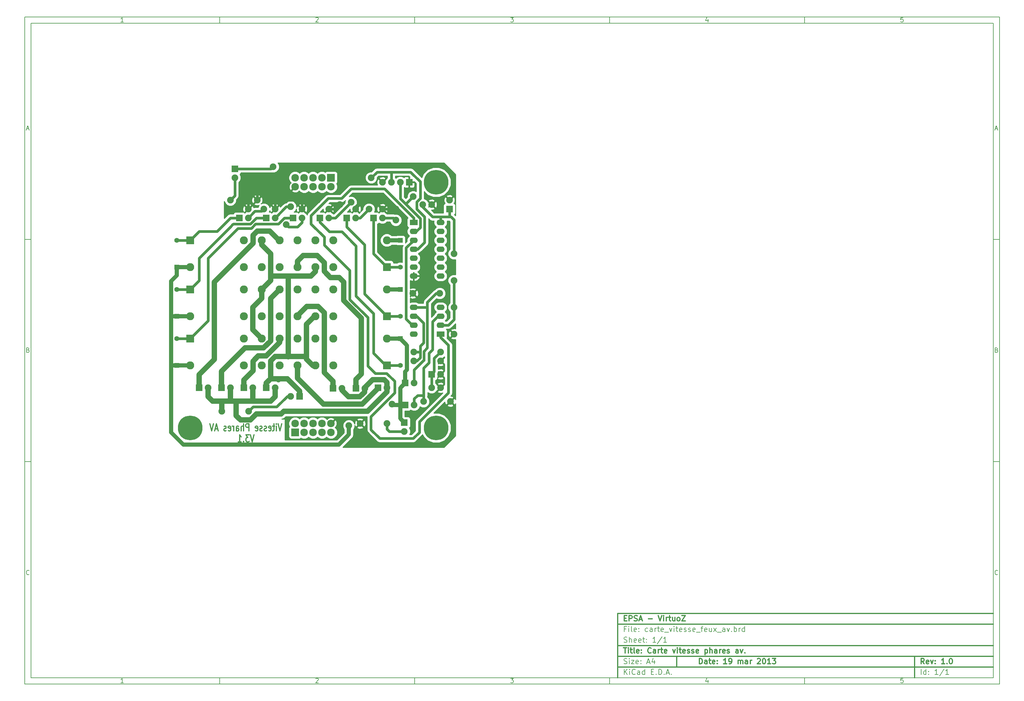
<source format=gbl>
G04 (created by PCBNEW-RS274X (2012-01-19 BZR 3256)-stable) date 19/03/2013 15:01:36*
G01*
G70*
G90*
%MOIN*%
G04 Gerber Fmt 3.4, Leading zero omitted, Abs format*
%FSLAX34Y34*%
G04 APERTURE LIST*
%ADD10C,0.006000*%
%ADD11C,0.012000*%
%ADD12C,0.075000*%
%ADD13R,0.075000X0.075000*%
%ADD14R,0.090000X0.062000*%
%ADD15O,0.090000X0.062000*%
%ADD16C,0.275600*%
%ADD17R,0.090000X0.090000*%
%ADD18C,0.090000*%
%ADD19R,0.055000X0.055000*%
%ADD20C,0.055000*%
%ADD21R,0.085000X0.085000*%
%ADD22C,0.085000*%
%ADD23C,0.060000*%
%ADD24C,0.045000*%
%ADD25C,0.030000*%
%ADD26C,0.010000*%
G04 APERTURE END LIST*
G54D10*
X04000Y-04000D02*
X113000Y-04000D01*
X113000Y-78670D01*
X04000Y-78670D01*
X04000Y-04000D01*
X04700Y-04700D02*
X112300Y-04700D01*
X112300Y-77970D01*
X04700Y-77970D01*
X04700Y-04700D01*
X25800Y-04000D02*
X25800Y-04700D01*
X15043Y-04552D02*
X14757Y-04552D01*
X14900Y-04552D02*
X14900Y-04052D01*
X14852Y-04124D01*
X14805Y-04171D01*
X14757Y-04195D01*
X25800Y-78670D02*
X25800Y-77970D01*
X15043Y-78522D02*
X14757Y-78522D01*
X14900Y-78522D02*
X14900Y-78022D01*
X14852Y-78094D01*
X14805Y-78141D01*
X14757Y-78165D01*
X47600Y-04000D02*
X47600Y-04700D01*
X36557Y-04100D02*
X36581Y-04076D01*
X36629Y-04052D01*
X36748Y-04052D01*
X36795Y-04076D01*
X36819Y-04100D01*
X36843Y-04148D01*
X36843Y-04195D01*
X36819Y-04267D01*
X36533Y-04552D01*
X36843Y-04552D01*
X47600Y-78670D02*
X47600Y-77970D01*
X36557Y-78070D02*
X36581Y-78046D01*
X36629Y-78022D01*
X36748Y-78022D01*
X36795Y-78046D01*
X36819Y-78070D01*
X36843Y-78118D01*
X36843Y-78165D01*
X36819Y-78237D01*
X36533Y-78522D01*
X36843Y-78522D01*
X69400Y-04000D02*
X69400Y-04700D01*
X58333Y-04052D02*
X58643Y-04052D01*
X58476Y-04243D01*
X58548Y-04243D01*
X58595Y-04267D01*
X58619Y-04290D01*
X58643Y-04338D01*
X58643Y-04457D01*
X58619Y-04505D01*
X58595Y-04529D01*
X58548Y-04552D01*
X58405Y-04552D01*
X58357Y-04529D01*
X58333Y-04505D01*
X69400Y-78670D02*
X69400Y-77970D01*
X58333Y-78022D02*
X58643Y-78022D01*
X58476Y-78213D01*
X58548Y-78213D01*
X58595Y-78237D01*
X58619Y-78260D01*
X58643Y-78308D01*
X58643Y-78427D01*
X58619Y-78475D01*
X58595Y-78499D01*
X58548Y-78522D01*
X58405Y-78522D01*
X58357Y-78499D01*
X58333Y-78475D01*
X91200Y-04000D02*
X91200Y-04700D01*
X80395Y-04219D02*
X80395Y-04552D01*
X80276Y-04029D02*
X80157Y-04386D01*
X80467Y-04386D01*
X91200Y-78670D02*
X91200Y-77970D01*
X80395Y-78189D02*
X80395Y-78522D01*
X80276Y-77999D02*
X80157Y-78356D01*
X80467Y-78356D01*
X102219Y-04052D02*
X101981Y-04052D01*
X101957Y-04290D01*
X101981Y-04267D01*
X102029Y-04243D01*
X102148Y-04243D01*
X102195Y-04267D01*
X102219Y-04290D01*
X102243Y-04338D01*
X102243Y-04457D01*
X102219Y-04505D01*
X102195Y-04529D01*
X102148Y-04552D01*
X102029Y-04552D01*
X101981Y-04529D01*
X101957Y-04505D01*
X102219Y-78022D02*
X101981Y-78022D01*
X101957Y-78260D01*
X101981Y-78237D01*
X102029Y-78213D01*
X102148Y-78213D01*
X102195Y-78237D01*
X102219Y-78260D01*
X102243Y-78308D01*
X102243Y-78427D01*
X102219Y-78475D01*
X102195Y-78499D01*
X102148Y-78522D01*
X102029Y-78522D01*
X101981Y-78499D01*
X101957Y-78475D01*
X04000Y-28890D02*
X04700Y-28890D01*
X04231Y-16510D02*
X04469Y-16510D01*
X04184Y-16652D02*
X04350Y-16152D01*
X04517Y-16652D01*
X113000Y-28890D02*
X112300Y-28890D01*
X112531Y-16510D02*
X112769Y-16510D01*
X112484Y-16652D02*
X112650Y-16152D01*
X112817Y-16652D01*
X04000Y-53780D02*
X04700Y-53780D01*
X04386Y-41280D02*
X04457Y-41304D01*
X04481Y-41328D01*
X04505Y-41376D01*
X04505Y-41447D01*
X04481Y-41495D01*
X04457Y-41519D01*
X04410Y-41542D01*
X04219Y-41542D01*
X04219Y-41042D01*
X04386Y-41042D01*
X04433Y-41066D01*
X04457Y-41090D01*
X04481Y-41138D01*
X04481Y-41185D01*
X04457Y-41233D01*
X04433Y-41257D01*
X04386Y-41280D01*
X04219Y-41280D01*
X113000Y-53780D02*
X112300Y-53780D01*
X112686Y-41280D02*
X112757Y-41304D01*
X112781Y-41328D01*
X112805Y-41376D01*
X112805Y-41447D01*
X112781Y-41495D01*
X112757Y-41519D01*
X112710Y-41542D01*
X112519Y-41542D01*
X112519Y-41042D01*
X112686Y-41042D01*
X112733Y-41066D01*
X112757Y-41090D01*
X112781Y-41138D01*
X112781Y-41185D01*
X112757Y-41233D01*
X112733Y-41257D01*
X112686Y-41280D01*
X112519Y-41280D01*
X04505Y-66385D02*
X04481Y-66409D01*
X04410Y-66432D01*
X04362Y-66432D01*
X04290Y-66409D01*
X04243Y-66361D01*
X04219Y-66313D01*
X04195Y-66218D01*
X04195Y-66147D01*
X04219Y-66051D01*
X04243Y-66004D01*
X04290Y-65956D01*
X04362Y-65932D01*
X04410Y-65932D01*
X04481Y-65956D01*
X04505Y-65980D01*
X112805Y-66385D02*
X112781Y-66409D01*
X112710Y-66432D01*
X112662Y-66432D01*
X112590Y-66409D01*
X112543Y-66361D01*
X112519Y-66313D01*
X112495Y-66218D01*
X112495Y-66147D01*
X112519Y-66051D01*
X112543Y-66004D01*
X112590Y-65956D01*
X112662Y-65932D01*
X112710Y-65932D01*
X112781Y-65956D01*
X112805Y-65980D01*
G54D11*
X79443Y-76413D02*
X79443Y-75813D01*
X79586Y-75813D01*
X79671Y-75841D01*
X79729Y-75899D01*
X79757Y-75956D01*
X79786Y-76070D01*
X79786Y-76156D01*
X79757Y-76270D01*
X79729Y-76327D01*
X79671Y-76384D01*
X79586Y-76413D01*
X79443Y-76413D01*
X80300Y-76413D02*
X80300Y-76099D01*
X80271Y-76041D01*
X80214Y-76013D01*
X80100Y-76013D01*
X80043Y-76041D01*
X80300Y-76384D02*
X80243Y-76413D01*
X80100Y-76413D01*
X80043Y-76384D01*
X80014Y-76327D01*
X80014Y-76270D01*
X80043Y-76213D01*
X80100Y-76184D01*
X80243Y-76184D01*
X80300Y-76156D01*
X80500Y-76013D02*
X80729Y-76013D01*
X80586Y-75813D02*
X80586Y-76327D01*
X80614Y-76384D01*
X80672Y-76413D01*
X80729Y-76413D01*
X81157Y-76384D02*
X81100Y-76413D01*
X80986Y-76413D01*
X80929Y-76384D01*
X80900Y-76327D01*
X80900Y-76099D01*
X80929Y-76041D01*
X80986Y-76013D01*
X81100Y-76013D01*
X81157Y-76041D01*
X81186Y-76099D01*
X81186Y-76156D01*
X80900Y-76213D01*
X81443Y-76356D02*
X81471Y-76384D01*
X81443Y-76413D01*
X81414Y-76384D01*
X81443Y-76356D01*
X81443Y-76413D01*
X81443Y-76041D02*
X81471Y-76070D01*
X81443Y-76099D01*
X81414Y-76070D01*
X81443Y-76041D01*
X81443Y-76099D01*
X82500Y-76413D02*
X82157Y-76413D01*
X82329Y-76413D02*
X82329Y-75813D01*
X82272Y-75899D01*
X82214Y-75956D01*
X82157Y-75984D01*
X82785Y-76413D02*
X82900Y-76413D01*
X82957Y-76384D01*
X82985Y-76356D01*
X83043Y-76270D01*
X83071Y-76156D01*
X83071Y-75927D01*
X83043Y-75870D01*
X83014Y-75841D01*
X82957Y-75813D01*
X82843Y-75813D01*
X82785Y-75841D01*
X82757Y-75870D01*
X82728Y-75927D01*
X82728Y-76070D01*
X82757Y-76127D01*
X82785Y-76156D01*
X82843Y-76184D01*
X82957Y-76184D01*
X83014Y-76156D01*
X83043Y-76127D01*
X83071Y-76070D01*
X83785Y-76413D02*
X83785Y-76013D01*
X83785Y-76070D02*
X83813Y-76041D01*
X83871Y-76013D01*
X83956Y-76013D01*
X84013Y-76041D01*
X84042Y-76099D01*
X84042Y-76413D01*
X84042Y-76099D02*
X84071Y-76041D01*
X84128Y-76013D01*
X84213Y-76013D01*
X84271Y-76041D01*
X84299Y-76099D01*
X84299Y-76413D01*
X84842Y-76413D02*
X84842Y-76099D01*
X84813Y-76041D01*
X84756Y-76013D01*
X84642Y-76013D01*
X84585Y-76041D01*
X84842Y-76384D02*
X84785Y-76413D01*
X84642Y-76413D01*
X84585Y-76384D01*
X84556Y-76327D01*
X84556Y-76270D01*
X84585Y-76213D01*
X84642Y-76184D01*
X84785Y-76184D01*
X84842Y-76156D01*
X85128Y-76413D02*
X85128Y-76013D01*
X85128Y-76127D02*
X85156Y-76070D01*
X85185Y-76041D01*
X85242Y-76013D01*
X85299Y-76013D01*
X85927Y-75870D02*
X85956Y-75841D01*
X86013Y-75813D01*
X86156Y-75813D01*
X86213Y-75841D01*
X86242Y-75870D01*
X86270Y-75927D01*
X86270Y-75984D01*
X86242Y-76070D01*
X85899Y-76413D01*
X86270Y-76413D01*
X86641Y-75813D02*
X86698Y-75813D01*
X86755Y-75841D01*
X86784Y-75870D01*
X86813Y-75927D01*
X86841Y-76041D01*
X86841Y-76184D01*
X86813Y-76299D01*
X86784Y-76356D01*
X86755Y-76384D01*
X86698Y-76413D01*
X86641Y-76413D01*
X86584Y-76384D01*
X86555Y-76356D01*
X86527Y-76299D01*
X86498Y-76184D01*
X86498Y-76041D01*
X86527Y-75927D01*
X86555Y-75870D01*
X86584Y-75841D01*
X86641Y-75813D01*
X87412Y-76413D02*
X87069Y-76413D01*
X87241Y-76413D02*
X87241Y-75813D01*
X87184Y-75899D01*
X87126Y-75956D01*
X87069Y-75984D01*
X87612Y-75813D02*
X87983Y-75813D01*
X87783Y-76041D01*
X87869Y-76041D01*
X87926Y-76070D01*
X87955Y-76099D01*
X87983Y-76156D01*
X87983Y-76299D01*
X87955Y-76356D01*
X87926Y-76384D01*
X87869Y-76413D01*
X87697Y-76413D01*
X87640Y-76384D01*
X87612Y-76356D01*
G54D10*
X71043Y-77613D02*
X71043Y-77013D01*
X71386Y-77613D02*
X71129Y-77270D01*
X71386Y-77013D02*
X71043Y-77356D01*
X71643Y-77613D02*
X71643Y-77213D01*
X71643Y-77013D02*
X71614Y-77041D01*
X71643Y-77070D01*
X71671Y-77041D01*
X71643Y-77013D01*
X71643Y-77070D01*
X72272Y-77556D02*
X72243Y-77584D01*
X72157Y-77613D01*
X72100Y-77613D01*
X72015Y-77584D01*
X71957Y-77527D01*
X71929Y-77470D01*
X71900Y-77356D01*
X71900Y-77270D01*
X71929Y-77156D01*
X71957Y-77099D01*
X72015Y-77041D01*
X72100Y-77013D01*
X72157Y-77013D01*
X72243Y-77041D01*
X72272Y-77070D01*
X72786Y-77613D02*
X72786Y-77299D01*
X72757Y-77241D01*
X72700Y-77213D01*
X72586Y-77213D01*
X72529Y-77241D01*
X72786Y-77584D02*
X72729Y-77613D01*
X72586Y-77613D01*
X72529Y-77584D01*
X72500Y-77527D01*
X72500Y-77470D01*
X72529Y-77413D01*
X72586Y-77384D01*
X72729Y-77384D01*
X72786Y-77356D01*
X73329Y-77613D02*
X73329Y-77013D01*
X73329Y-77584D02*
X73272Y-77613D01*
X73158Y-77613D01*
X73100Y-77584D01*
X73072Y-77556D01*
X73043Y-77499D01*
X73043Y-77327D01*
X73072Y-77270D01*
X73100Y-77241D01*
X73158Y-77213D01*
X73272Y-77213D01*
X73329Y-77241D01*
X74072Y-77299D02*
X74272Y-77299D01*
X74358Y-77613D02*
X74072Y-77613D01*
X74072Y-77013D01*
X74358Y-77013D01*
X74615Y-77556D02*
X74643Y-77584D01*
X74615Y-77613D01*
X74586Y-77584D01*
X74615Y-77556D01*
X74615Y-77613D01*
X74901Y-77613D02*
X74901Y-77013D01*
X75044Y-77013D01*
X75129Y-77041D01*
X75187Y-77099D01*
X75215Y-77156D01*
X75244Y-77270D01*
X75244Y-77356D01*
X75215Y-77470D01*
X75187Y-77527D01*
X75129Y-77584D01*
X75044Y-77613D01*
X74901Y-77613D01*
X75501Y-77556D02*
X75529Y-77584D01*
X75501Y-77613D01*
X75472Y-77584D01*
X75501Y-77556D01*
X75501Y-77613D01*
X75758Y-77441D02*
X76044Y-77441D01*
X75701Y-77613D02*
X75901Y-77013D01*
X76101Y-77613D01*
X76301Y-77556D02*
X76329Y-77584D01*
X76301Y-77613D01*
X76272Y-77584D01*
X76301Y-77556D01*
X76301Y-77613D01*
G54D11*
X104586Y-76413D02*
X104386Y-76127D01*
X104243Y-76413D02*
X104243Y-75813D01*
X104471Y-75813D01*
X104529Y-75841D01*
X104557Y-75870D01*
X104586Y-75927D01*
X104586Y-76013D01*
X104557Y-76070D01*
X104529Y-76099D01*
X104471Y-76127D01*
X104243Y-76127D01*
X105071Y-76384D02*
X105014Y-76413D01*
X104900Y-76413D01*
X104843Y-76384D01*
X104814Y-76327D01*
X104814Y-76099D01*
X104843Y-76041D01*
X104900Y-76013D01*
X105014Y-76013D01*
X105071Y-76041D01*
X105100Y-76099D01*
X105100Y-76156D01*
X104814Y-76213D01*
X105300Y-76013D02*
X105443Y-76413D01*
X105585Y-76013D01*
X105814Y-76356D02*
X105842Y-76384D01*
X105814Y-76413D01*
X105785Y-76384D01*
X105814Y-76356D01*
X105814Y-76413D01*
X105814Y-76041D02*
X105842Y-76070D01*
X105814Y-76099D01*
X105785Y-76070D01*
X105814Y-76041D01*
X105814Y-76099D01*
X106871Y-76413D02*
X106528Y-76413D01*
X106700Y-76413D02*
X106700Y-75813D01*
X106643Y-75899D01*
X106585Y-75956D01*
X106528Y-75984D01*
X107128Y-76356D02*
X107156Y-76384D01*
X107128Y-76413D01*
X107099Y-76384D01*
X107128Y-76356D01*
X107128Y-76413D01*
X107528Y-75813D02*
X107585Y-75813D01*
X107642Y-75841D01*
X107671Y-75870D01*
X107700Y-75927D01*
X107728Y-76041D01*
X107728Y-76184D01*
X107700Y-76299D01*
X107671Y-76356D01*
X107642Y-76384D01*
X107585Y-76413D01*
X107528Y-76413D01*
X107471Y-76384D01*
X107442Y-76356D01*
X107414Y-76299D01*
X107385Y-76184D01*
X107385Y-76041D01*
X107414Y-75927D01*
X107442Y-75870D01*
X107471Y-75841D01*
X107528Y-75813D01*
G54D10*
X71014Y-76384D02*
X71100Y-76413D01*
X71243Y-76413D01*
X71300Y-76384D01*
X71329Y-76356D01*
X71357Y-76299D01*
X71357Y-76241D01*
X71329Y-76184D01*
X71300Y-76156D01*
X71243Y-76127D01*
X71129Y-76099D01*
X71071Y-76070D01*
X71043Y-76041D01*
X71014Y-75984D01*
X71014Y-75927D01*
X71043Y-75870D01*
X71071Y-75841D01*
X71129Y-75813D01*
X71271Y-75813D01*
X71357Y-75841D01*
X71614Y-76413D02*
X71614Y-76013D01*
X71614Y-75813D02*
X71585Y-75841D01*
X71614Y-75870D01*
X71642Y-75841D01*
X71614Y-75813D01*
X71614Y-75870D01*
X71843Y-76013D02*
X72157Y-76013D01*
X71843Y-76413D01*
X72157Y-76413D01*
X72614Y-76384D02*
X72557Y-76413D01*
X72443Y-76413D01*
X72386Y-76384D01*
X72357Y-76327D01*
X72357Y-76099D01*
X72386Y-76041D01*
X72443Y-76013D01*
X72557Y-76013D01*
X72614Y-76041D01*
X72643Y-76099D01*
X72643Y-76156D01*
X72357Y-76213D01*
X72900Y-76356D02*
X72928Y-76384D01*
X72900Y-76413D01*
X72871Y-76384D01*
X72900Y-76356D01*
X72900Y-76413D01*
X72900Y-76041D02*
X72928Y-76070D01*
X72900Y-76099D01*
X72871Y-76070D01*
X72900Y-76041D01*
X72900Y-76099D01*
X73614Y-76241D02*
X73900Y-76241D01*
X73557Y-76413D02*
X73757Y-75813D01*
X73957Y-76413D01*
X74414Y-76013D02*
X74414Y-76413D01*
X74271Y-75784D02*
X74128Y-76213D01*
X74500Y-76213D01*
X104243Y-77613D02*
X104243Y-77013D01*
X104786Y-77613D02*
X104786Y-77013D01*
X104786Y-77584D02*
X104729Y-77613D01*
X104615Y-77613D01*
X104557Y-77584D01*
X104529Y-77556D01*
X104500Y-77499D01*
X104500Y-77327D01*
X104529Y-77270D01*
X104557Y-77241D01*
X104615Y-77213D01*
X104729Y-77213D01*
X104786Y-77241D01*
X105072Y-77556D02*
X105100Y-77584D01*
X105072Y-77613D01*
X105043Y-77584D01*
X105072Y-77556D01*
X105072Y-77613D01*
X105072Y-77241D02*
X105100Y-77270D01*
X105072Y-77299D01*
X105043Y-77270D01*
X105072Y-77241D01*
X105072Y-77299D01*
X106129Y-77613D02*
X105786Y-77613D01*
X105958Y-77613D02*
X105958Y-77013D01*
X105901Y-77099D01*
X105843Y-77156D01*
X105786Y-77184D01*
X106814Y-76984D02*
X106300Y-77756D01*
X107329Y-77613D02*
X106986Y-77613D01*
X107158Y-77613D02*
X107158Y-77013D01*
X107101Y-77099D01*
X107043Y-77156D01*
X106986Y-77184D01*
G54D11*
X70957Y-74613D02*
X71300Y-74613D01*
X71129Y-75213D02*
X71129Y-74613D01*
X71500Y-75213D02*
X71500Y-74813D01*
X71500Y-74613D02*
X71471Y-74641D01*
X71500Y-74670D01*
X71528Y-74641D01*
X71500Y-74613D01*
X71500Y-74670D01*
X71700Y-74813D02*
X71929Y-74813D01*
X71786Y-74613D02*
X71786Y-75127D01*
X71814Y-75184D01*
X71872Y-75213D01*
X71929Y-75213D01*
X72215Y-75213D02*
X72157Y-75184D01*
X72129Y-75127D01*
X72129Y-74613D01*
X72671Y-75184D02*
X72614Y-75213D01*
X72500Y-75213D01*
X72443Y-75184D01*
X72414Y-75127D01*
X72414Y-74899D01*
X72443Y-74841D01*
X72500Y-74813D01*
X72614Y-74813D01*
X72671Y-74841D01*
X72700Y-74899D01*
X72700Y-74956D01*
X72414Y-75013D01*
X72957Y-75156D02*
X72985Y-75184D01*
X72957Y-75213D01*
X72928Y-75184D01*
X72957Y-75156D01*
X72957Y-75213D01*
X72957Y-74841D02*
X72985Y-74870D01*
X72957Y-74899D01*
X72928Y-74870D01*
X72957Y-74841D01*
X72957Y-74899D01*
X74043Y-75156D02*
X74014Y-75184D01*
X73928Y-75213D01*
X73871Y-75213D01*
X73786Y-75184D01*
X73728Y-75127D01*
X73700Y-75070D01*
X73671Y-74956D01*
X73671Y-74870D01*
X73700Y-74756D01*
X73728Y-74699D01*
X73786Y-74641D01*
X73871Y-74613D01*
X73928Y-74613D01*
X74014Y-74641D01*
X74043Y-74670D01*
X74557Y-75213D02*
X74557Y-74899D01*
X74528Y-74841D01*
X74471Y-74813D01*
X74357Y-74813D01*
X74300Y-74841D01*
X74557Y-75184D02*
X74500Y-75213D01*
X74357Y-75213D01*
X74300Y-75184D01*
X74271Y-75127D01*
X74271Y-75070D01*
X74300Y-75013D01*
X74357Y-74984D01*
X74500Y-74984D01*
X74557Y-74956D01*
X74843Y-75213D02*
X74843Y-74813D01*
X74843Y-74927D02*
X74871Y-74870D01*
X74900Y-74841D01*
X74957Y-74813D01*
X75014Y-74813D01*
X75128Y-74813D02*
X75357Y-74813D01*
X75214Y-74613D02*
X75214Y-75127D01*
X75242Y-75184D01*
X75300Y-75213D01*
X75357Y-75213D01*
X75785Y-75184D02*
X75728Y-75213D01*
X75614Y-75213D01*
X75557Y-75184D01*
X75528Y-75127D01*
X75528Y-74899D01*
X75557Y-74841D01*
X75614Y-74813D01*
X75728Y-74813D01*
X75785Y-74841D01*
X75814Y-74899D01*
X75814Y-74956D01*
X75528Y-75013D01*
X76471Y-74813D02*
X76614Y-75213D01*
X76756Y-74813D01*
X76985Y-75213D02*
X76985Y-74813D01*
X76985Y-74613D02*
X76956Y-74641D01*
X76985Y-74670D01*
X77013Y-74641D01*
X76985Y-74613D01*
X76985Y-74670D01*
X77185Y-74813D02*
X77414Y-74813D01*
X77271Y-74613D02*
X77271Y-75127D01*
X77299Y-75184D01*
X77357Y-75213D01*
X77414Y-75213D01*
X77842Y-75184D02*
X77785Y-75213D01*
X77671Y-75213D01*
X77614Y-75184D01*
X77585Y-75127D01*
X77585Y-74899D01*
X77614Y-74841D01*
X77671Y-74813D01*
X77785Y-74813D01*
X77842Y-74841D01*
X77871Y-74899D01*
X77871Y-74956D01*
X77585Y-75013D01*
X78099Y-75184D02*
X78156Y-75213D01*
X78271Y-75213D01*
X78328Y-75184D01*
X78356Y-75127D01*
X78356Y-75099D01*
X78328Y-75041D01*
X78271Y-75013D01*
X78185Y-75013D01*
X78128Y-74984D01*
X78099Y-74927D01*
X78099Y-74899D01*
X78128Y-74841D01*
X78185Y-74813D01*
X78271Y-74813D01*
X78328Y-74841D01*
X78585Y-75184D02*
X78642Y-75213D01*
X78757Y-75213D01*
X78814Y-75184D01*
X78842Y-75127D01*
X78842Y-75099D01*
X78814Y-75041D01*
X78757Y-75013D01*
X78671Y-75013D01*
X78614Y-74984D01*
X78585Y-74927D01*
X78585Y-74899D01*
X78614Y-74841D01*
X78671Y-74813D01*
X78757Y-74813D01*
X78814Y-74841D01*
X79328Y-75184D02*
X79271Y-75213D01*
X79157Y-75213D01*
X79100Y-75184D01*
X79071Y-75127D01*
X79071Y-74899D01*
X79100Y-74841D01*
X79157Y-74813D01*
X79271Y-74813D01*
X79328Y-74841D01*
X79357Y-74899D01*
X79357Y-74956D01*
X79071Y-75013D01*
X80071Y-74813D02*
X80071Y-75413D01*
X80071Y-74841D02*
X80128Y-74813D01*
X80242Y-74813D01*
X80299Y-74841D01*
X80328Y-74870D01*
X80357Y-74927D01*
X80357Y-75099D01*
X80328Y-75156D01*
X80299Y-75184D01*
X80242Y-75213D01*
X80128Y-75213D01*
X80071Y-75184D01*
X80614Y-75213D02*
X80614Y-74613D01*
X80871Y-75213D02*
X80871Y-74899D01*
X80842Y-74841D01*
X80785Y-74813D01*
X80700Y-74813D01*
X80642Y-74841D01*
X80614Y-74870D01*
X81414Y-75213D02*
X81414Y-74899D01*
X81385Y-74841D01*
X81328Y-74813D01*
X81214Y-74813D01*
X81157Y-74841D01*
X81414Y-75184D02*
X81357Y-75213D01*
X81214Y-75213D01*
X81157Y-75184D01*
X81128Y-75127D01*
X81128Y-75070D01*
X81157Y-75013D01*
X81214Y-74984D01*
X81357Y-74984D01*
X81414Y-74956D01*
X81700Y-75213D02*
X81700Y-74813D01*
X81700Y-74927D02*
X81728Y-74870D01*
X81757Y-74841D01*
X81814Y-74813D01*
X81871Y-74813D01*
X82299Y-75184D02*
X82242Y-75213D01*
X82128Y-75213D01*
X82071Y-75184D01*
X82042Y-75127D01*
X82042Y-74899D01*
X82071Y-74841D01*
X82128Y-74813D01*
X82242Y-74813D01*
X82299Y-74841D01*
X82328Y-74899D01*
X82328Y-74956D01*
X82042Y-75013D01*
X82556Y-75184D02*
X82613Y-75213D01*
X82728Y-75213D01*
X82785Y-75184D01*
X82813Y-75127D01*
X82813Y-75099D01*
X82785Y-75041D01*
X82728Y-75013D01*
X82642Y-75013D01*
X82585Y-74984D01*
X82556Y-74927D01*
X82556Y-74899D01*
X82585Y-74841D01*
X82642Y-74813D01*
X82728Y-74813D01*
X82785Y-74841D01*
X83785Y-75213D02*
X83785Y-74899D01*
X83756Y-74841D01*
X83699Y-74813D01*
X83585Y-74813D01*
X83528Y-74841D01*
X83785Y-75184D02*
X83728Y-75213D01*
X83585Y-75213D01*
X83528Y-75184D01*
X83499Y-75127D01*
X83499Y-75070D01*
X83528Y-75013D01*
X83585Y-74984D01*
X83728Y-74984D01*
X83785Y-74956D01*
X84014Y-74813D02*
X84157Y-75213D01*
X84299Y-74813D01*
X84528Y-75156D02*
X84556Y-75184D01*
X84528Y-75213D01*
X84499Y-75184D01*
X84528Y-75156D01*
X84528Y-75213D01*
G54D10*
X71243Y-72499D02*
X71043Y-72499D01*
X71043Y-72813D02*
X71043Y-72213D01*
X71329Y-72213D01*
X71557Y-72813D02*
X71557Y-72413D01*
X71557Y-72213D02*
X71528Y-72241D01*
X71557Y-72270D01*
X71585Y-72241D01*
X71557Y-72213D01*
X71557Y-72270D01*
X71929Y-72813D02*
X71871Y-72784D01*
X71843Y-72727D01*
X71843Y-72213D01*
X72385Y-72784D02*
X72328Y-72813D01*
X72214Y-72813D01*
X72157Y-72784D01*
X72128Y-72727D01*
X72128Y-72499D01*
X72157Y-72441D01*
X72214Y-72413D01*
X72328Y-72413D01*
X72385Y-72441D01*
X72414Y-72499D01*
X72414Y-72556D01*
X72128Y-72613D01*
X72671Y-72756D02*
X72699Y-72784D01*
X72671Y-72813D01*
X72642Y-72784D01*
X72671Y-72756D01*
X72671Y-72813D01*
X72671Y-72441D02*
X72699Y-72470D01*
X72671Y-72499D01*
X72642Y-72470D01*
X72671Y-72441D01*
X72671Y-72499D01*
X73671Y-72784D02*
X73614Y-72813D01*
X73500Y-72813D01*
X73442Y-72784D01*
X73414Y-72756D01*
X73385Y-72699D01*
X73385Y-72527D01*
X73414Y-72470D01*
X73442Y-72441D01*
X73500Y-72413D01*
X73614Y-72413D01*
X73671Y-72441D01*
X74185Y-72813D02*
X74185Y-72499D01*
X74156Y-72441D01*
X74099Y-72413D01*
X73985Y-72413D01*
X73928Y-72441D01*
X74185Y-72784D02*
X74128Y-72813D01*
X73985Y-72813D01*
X73928Y-72784D01*
X73899Y-72727D01*
X73899Y-72670D01*
X73928Y-72613D01*
X73985Y-72584D01*
X74128Y-72584D01*
X74185Y-72556D01*
X74471Y-72813D02*
X74471Y-72413D01*
X74471Y-72527D02*
X74499Y-72470D01*
X74528Y-72441D01*
X74585Y-72413D01*
X74642Y-72413D01*
X74756Y-72413D02*
X74985Y-72413D01*
X74842Y-72213D02*
X74842Y-72727D01*
X74870Y-72784D01*
X74928Y-72813D01*
X74985Y-72813D01*
X75413Y-72784D02*
X75356Y-72813D01*
X75242Y-72813D01*
X75185Y-72784D01*
X75156Y-72727D01*
X75156Y-72499D01*
X75185Y-72441D01*
X75242Y-72413D01*
X75356Y-72413D01*
X75413Y-72441D01*
X75442Y-72499D01*
X75442Y-72556D01*
X75156Y-72613D01*
X75556Y-72870D02*
X76013Y-72870D01*
X76099Y-72413D02*
X76242Y-72813D01*
X76384Y-72413D01*
X76613Y-72813D02*
X76613Y-72413D01*
X76613Y-72213D02*
X76584Y-72241D01*
X76613Y-72270D01*
X76641Y-72241D01*
X76613Y-72213D01*
X76613Y-72270D01*
X76813Y-72413D02*
X77042Y-72413D01*
X76899Y-72213D02*
X76899Y-72727D01*
X76927Y-72784D01*
X76985Y-72813D01*
X77042Y-72813D01*
X77470Y-72784D02*
X77413Y-72813D01*
X77299Y-72813D01*
X77242Y-72784D01*
X77213Y-72727D01*
X77213Y-72499D01*
X77242Y-72441D01*
X77299Y-72413D01*
X77413Y-72413D01*
X77470Y-72441D01*
X77499Y-72499D01*
X77499Y-72556D01*
X77213Y-72613D01*
X77727Y-72784D02*
X77784Y-72813D01*
X77899Y-72813D01*
X77956Y-72784D01*
X77984Y-72727D01*
X77984Y-72699D01*
X77956Y-72641D01*
X77899Y-72613D01*
X77813Y-72613D01*
X77756Y-72584D01*
X77727Y-72527D01*
X77727Y-72499D01*
X77756Y-72441D01*
X77813Y-72413D01*
X77899Y-72413D01*
X77956Y-72441D01*
X78213Y-72784D02*
X78270Y-72813D01*
X78385Y-72813D01*
X78442Y-72784D01*
X78470Y-72727D01*
X78470Y-72699D01*
X78442Y-72641D01*
X78385Y-72613D01*
X78299Y-72613D01*
X78242Y-72584D01*
X78213Y-72527D01*
X78213Y-72499D01*
X78242Y-72441D01*
X78299Y-72413D01*
X78385Y-72413D01*
X78442Y-72441D01*
X78956Y-72784D02*
X78899Y-72813D01*
X78785Y-72813D01*
X78728Y-72784D01*
X78699Y-72727D01*
X78699Y-72499D01*
X78728Y-72441D01*
X78785Y-72413D01*
X78899Y-72413D01*
X78956Y-72441D01*
X78985Y-72499D01*
X78985Y-72556D01*
X78699Y-72613D01*
X79099Y-72870D02*
X79556Y-72870D01*
X79613Y-72413D02*
X79842Y-72413D01*
X79699Y-72813D02*
X79699Y-72299D01*
X79727Y-72241D01*
X79785Y-72213D01*
X79842Y-72213D01*
X80270Y-72784D02*
X80213Y-72813D01*
X80099Y-72813D01*
X80042Y-72784D01*
X80013Y-72727D01*
X80013Y-72499D01*
X80042Y-72441D01*
X80099Y-72413D01*
X80213Y-72413D01*
X80270Y-72441D01*
X80299Y-72499D01*
X80299Y-72556D01*
X80013Y-72613D01*
X80813Y-72413D02*
X80813Y-72813D01*
X80556Y-72413D02*
X80556Y-72727D01*
X80584Y-72784D01*
X80642Y-72813D01*
X80727Y-72813D01*
X80784Y-72784D01*
X80813Y-72756D01*
X81042Y-72813D02*
X81356Y-72413D01*
X81042Y-72413D02*
X81356Y-72813D01*
X81442Y-72870D02*
X81899Y-72870D01*
X82299Y-72813D02*
X82299Y-72499D01*
X82270Y-72441D01*
X82213Y-72413D01*
X82099Y-72413D01*
X82042Y-72441D01*
X82299Y-72784D02*
X82242Y-72813D01*
X82099Y-72813D01*
X82042Y-72784D01*
X82013Y-72727D01*
X82013Y-72670D01*
X82042Y-72613D01*
X82099Y-72584D01*
X82242Y-72584D01*
X82299Y-72556D01*
X82528Y-72413D02*
X82671Y-72813D01*
X82813Y-72413D01*
X83042Y-72756D02*
X83070Y-72784D01*
X83042Y-72813D01*
X83013Y-72784D01*
X83042Y-72756D01*
X83042Y-72813D01*
X83328Y-72813D02*
X83328Y-72213D01*
X83328Y-72441D02*
X83385Y-72413D01*
X83499Y-72413D01*
X83556Y-72441D01*
X83585Y-72470D01*
X83614Y-72527D01*
X83614Y-72699D01*
X83585Y-72756D01*
X83556Y-72784D01*
X83499Y-72813D01*
X83385Y-72813D01*
X83328Y-72784D01*
X83871Y-72813D02*
X83871Y-72413D01*
X83871Y-72527D02*
X83899Y-72470D01*
X83928Y-72441D01*
X83985Y-72413D01*
X84042Y-72413D01*
X84499Y-72813D02*
X84499Y-72213D01*
X84499Y-72784D02*
X84442Y-72813D01*
X84328Y-72813D01*
X84270Y-72784D01*
X84242Y-72756D01*
X84213Y-72699D01*
X84213Y-72527D01*
X84242Y-72470D01*
X84270Y-72441D01*
X84328Y-72413D01*
X84442Y-72413D01*
X84499Y-72441D01*
X71014Y-73984D02*
X71100Y-74013D01*
X71243Y-74013D01*
X71300Y-73984D01*
X71329Y-73956D01*
X71357Y-73899D01*
X71357Y-73841D01*
X71329Y-73784D01*
X71300Y-73756D01*
X71243Y-73727D01*
X71129Y-73699D01*
X71071Y-73670D01*
X71043Y-73641D01*
X71014Y-73584D01*
X71014Y-73527D01*
X71043Y-73470D01*
X71071Y-73441D01*
X71129Y-73413D01*
X71271Y-73413D01*
X71357Y-73441D01*
X71614Y-74013D02*
X71614Y-73413D01*
X71871Y-74013D02*
X71871Y-73699D01*
X71842Y-73641D01*
X71785Y-73613D01*
X71700Y-73613D01*
X71642Y-73641D01*
X71614Y-73670D01*
X72385Y-73984D02*
X72328Y-74013D01*
X72214Y-74013D01*
X72157Y-73984D01*
X72128Y-73927D01*
X72128Y-73699D01*
X72157Y-73641D01*
X72214Y-73613D01*
X72328Y-73613D01*
X72385Y-73641D01*
X72414Y-73699D01*
X72414Y-73756D01*
X72128Y-73813D01*
X72899Y-73984D02*
X72842Y-74013D01*
X72728Y-74013D01*
X72671Y-73984D01*
X72642Y-73927D01*
X72642Y-73699D01*
X72671Y-73641D01*
X72728Y-73613D01*
X72842Y-73613D01*
X72899Y-73641D01*
X72928Y-73699D01*
X72928Y-73756D01*
X72642Y-73813D01*
X73099Y-73613D02*
X73328Y-73613D01*
X73185Y-73413D02*
X73185Y-73927D01*
X73213Y-73984D01*
X73271Y-74013D01*
X73328Y-74013D01*
X73528Y-73956D02*
X73556Y-73984D01*
X73528Y-74013D01*
X73499Y-73984D01*
X73528Y-73956D01*
X73528Y-74013D01*
X73528Y-73641D02*
X73556Y-73670D01*
X73528Y-73699D01*
X73499Y-73670D01*
X73528Y-73641D01*
X73528Y-73699D01*
X74585Y-74013D02*
X74242Y-74013D01*
X74414Y-74013D02*
X74414Y-73413D01*
X74357Y-73499D01*
X74299Y-73556D01*
X74242Y-73584D01*
X75270Y-73384D02*
X74756Y-74156D01*
X75785Y-74013D02*
X75442Y-74013D01*
X75614Y-74013D02*
X75614Y-73413D01*
X75557Y-73499D01*
X75499Y-73556D01*
X75442Y-73584D01*
G54D11*
X71043Y-71299D02*
X71243Y-71299D01*
X71329Y-71613D02*
X71043Y-71613D01*
X71043Y-71013D01*
X71329Y-71013D01*
X71586Y-71613D02*
X71586Y-71013D01*
X71814Y-71013D01*
X71872Y-71041D01*
X71900Y-71070D01*
X71929Y-71127D01*
X71929Y-71213D01*
X71900Y-71270D01*
X71872Y-71299D01*
X71814Y-71327D01*
X71586Y-71327D01*
X72157Y-71584D02*
X72243Y-71613D01*
X72386Y-71613D01*
X72443Y-71584D01*
X72472Y-71556D01*
X72500Y-71499D01*
X72500Y-71441D01*
X72472Y-71384D01*
X72443Y-71356D01*
X72386Y-71327D01*
X72272Y-71299D01*
X72214Y-71270D01*
X72186Y-71241D01*
X72157Y-71184D01*
X72157Y-71127D01*
X72186Y-71070D01*
X72214Y-71041D01*
X72272Y-71013D01*
X72414Y-71013D01*
X72500Y-71041D01*
X72728Y-71441D02*
X73014Y-71441D01*
X72671Y-71613D02*
X72871Y-71013D01*
X73071Y-71613D01*
X73728Y-71384D02*
X74185Y-71384D01*
X74842Y-71013D02*
X75042Y-71613D01*
X75242Y-71013D01*
X75442Y-71613D02*
X75442Y-71213D01*
X75442Y-71013D02*
X75413Y-71041D01*
X75442Y-71070D01*
X75470Y-71041D01*
X75442Y-71013D01*
X75442Y-71070D01*
X75728Y-71613D02*
X75728Y-71213D01*
X75728Y-71327D02*
X75756Y-71270D01*
X75785Y-71241D01*
X75842Y-71213D01*
X75899Y-71213D01*
X76013Y-71213D02*
X76242Y-71213D01*
X76099Y-71013D02*
X76099Y-71527D01*
X76127Y-71584D01*
X76185Y-71613D01*
X76242Y-71613D01*
X76699Y-71213D02*
X76699Y-71613D01*
X76442Y-71213D02*
X76442Y-71527D01*
X76470Y-71584D01*
X76528Y-71613D01*
X76613Y-71613D01*
X76670Y-71584D01*
X76699Y-71556D01*
X77071Y-71613D02*
X77013Y-71584D01*
X76985Y-71556D01*
X76956Y-71499D01*
X76956Y-71327D01*
X76985Y-71270D01*
X77013Y-71241D01*
X77071Y-71213D01*
X77156Y-71213D01*
X77213Y-71241D01*
X77242Y-71270D01*
X77271Y-71327D01*
X77271Y-71499D01*
X77242Y-71556D01*
X77213Y-71584D01*
X77156Y-71613D01*
X77071Y-71613D01*
X77471Y-71013D02*
X77871Y-71013D01*
X77471Y-71613D01*
X77871Y-71613D01*
X70300Y-70770D02*
X70300Y-77970D01*
X70300Y-71970D02*
X112300Y-71970D01*
X70300Y-70770D02*
X112300Y-70770D01*
X70300Y-74370D02*
X112300Y-74370D01*
X103500Y-75570D02*
X103500Y-77970D01*
X70300Y-76770D02*
X112300Y-76770D01*
X70300Y-75570D02*
X112300Y-75570D01*
X76900Y-75570D02*
X76900Y-76770D01*
X32754Y-49524D02*
X32554Y-50324D01*
X32354Y-49524D01*
X32154Y-50324D02*
X32154Y-49790D01*
X32154Y-49524D02*
X32183Y-49562D01*
X32154Y-49600D01*
X32126Y-49562D01*
X32154Y-49524D01*
X32154Y-49600D01*
X31954Y-49790D02*
X31725Y-49790D01*
X31868Y-49524D02*
X31868Y-50210D01*
X31840Y-50286D01*
X31782Y-50324D01*
X31725Y-50324D01*
X31297Y-50286D02*
X31354Y-50324D01*
X31468Y-50324D01*
X31525Y-50286D01*
X31554Y-50210D01*
X31554Y-49905D01*
X31525Y-49829D01*
X31468Y-49790D01*
X31354Y-49790D01*
X31297Y-49829D01*
X31268Y-49905D01*
X31268Y-49981D01*
X31554Y-50057D01*
X31040Y-50286D02*
X30983Y-50324D01*
X30868Y-50324D01*
X30811Y-50286D01*
X30783Y-50210D01*
X30783Y-50171D01*
X30811Y-50095D01*
X30868Y-50057D01*
X30954Y-50057D01*
X31011Y-50019D01*
X31040Y-49943D01*
X31040Y-49905D01*
X31011Y-49829D01*
X30954Y-49790D01*
X30868Y-49790D01*
X30811Y-49829D01*
X30554Y-50286D02*
X30497Y-50324D01*
X30382Y-50324D01*
X30325Y-50286D01*
X30297Y-50210D01*
X30297Y-50171D01*
X30325Y-50095D01*
X30382Y-50057D01*
X30468Y-50057D01*
X30525Y-50019D01*
X30554Y-49943D01*
X30554Y-49905D01*
X30525Y-49829D01*
X30468Y-49790D01*
X30382Y-49790D01*
X30325Y-49829D01*
X29811Y-50286D02*
X29868Y-50324D01*
X29982Y-50324D01*
X30039Y-50286D01*
X30068Y-50210D01*
X30068Y-49905D01*
X30039Y-49829D01*
X29982Y-49790D01*
X29868Y-49790D01*
X29811Y-49829D01*
X29782Y-49905D01*
X29782Y-49981D01*
X30068Y-50057D01*
X29068Y-50324D02*
X29068Y-49524D01*
X28840Y-49524D01*
X28782Y-49562D01*
X28754Y-49600D01*
X28725Y-49676D01*
X28725Y-49790D01*
X28754Y-49867D01*
X28782Y-49905D01*
X28840Y-49943D01*
X29068Y-49943D01*
X28468Y-50324D02*
X28468Y-49524D01*
X28211Y-50324D02*
X28211Y-49905D01*
X28240Y-49829D01*
X28297Y-49790D01*
X28382Y-49790D01*
X28440Y-49829D01*
X28468Y-49867D01*
X27668Y-50324D02*
X27668Y-49905D01*
X27697Y-49829D01*
X27754Y-49790D01*
X27868Y-49790D01*
X27925Y-49829D01*
X27668Y-50286D02*
X27725Y-50324D01*
X27868Y-50324D01*
X27925Y-50286D01*
X27954Y-50210D01*
X27954Y-50133D01*
X27925Y-50057D01*
X27868Y-50019D01*
X27725Y-50019D01*
X27668Y-49981D01*
X27382Y-50324D02*
X27382Y-49790D01*
X27382Y-49943D02*
X27354Y-49867D01*
X27325Y-49829D01*
X27268Y-49790D01*
X27211Y-49790D01*
X26783Y-50286D02*
X26840Y-50324D01*
X26954Y-50324D01*
X27011Y-50286D01*
X27040Y-50210D01*
X27040Y-49905D01*
X27011Y-49829D01*
X26954Y-49790D01*
X26840Y-49790D01*
X26783Y-49829D01*
X26754Y-49905D01*
X26754Y-49981D01*
X27040Y-50057D01*
X26526Y-50286D02*
X26469Y-50324D01*
X26354Y-50324D01*
X26297Y-50286D01*
X26269Y-50210D01*
X26269Y-50171D01*
X26297Y-50095D01*
X26354Y-50057D01*
X26440Y-50057D01*
X26497Y-50019D01*
X26526Y-49943D01*
X26526Y-49905D01*
X26497Y-49829D01*
X26440Y-49790D01*
X26354Y-49790D01*
X26297Y-49829D01*
X25583Y-50095D02*
X25297Y-50095D01*
X25640Y-50324D02*
X25440Y-49524D01*
X25240Y-50324D01*
X25126Y-49524D02*
X24926Y-50324D01*
X24726Y-49524D01*
X29654Y-50764D02*
X29454Y-51564D01*
X29254Y-50764D01*
X29111Y-50764D02*
X28740Y-50764D01*
X28940Y-51069D01*
X28854Y-51069D01*
X28797Y-51107D01*
X28768Y-51145D01*
X28740Y-51221D01*
X28740Y-51411D01*
X28768Y-51488D01*
X28797Y-51526D01*
X28854Y-51564D01*
X29026Y-51564D01*
X29083Y-51526D01*
X29111Y-51488D01*
X28483Y-51488D02*
X28455Y-51526D01*
X28483Y-51564D01*
X28512Y-51526D01*
X28483Y-51488D01*
X28483Y-51564D01*
X27883Y-51564D02*
X28226Y-51564D01*
X28054Y-51564D02*
X28054Y-50764D01*
X28111Y-50878D01*
X28169Y-50954D01*
X28226Y-50992D01*
G54D12*
X48500Y-25000D03*
X49500Y-25000D03*
X49500Y-45500D03*
X50500Y-45500D03*
G54D13*
X49500Y-44000D03*
G54D12*
X50500Y-44000D03*
G54D13*
X51500Y-25500D03*
G54D12*
X51500Y-24500D03*
G54D14*
X47500Y-27000D03*
G54D15*
X47500Y-28000D03*
X47500Y-29000D03*
X47500Y-30000D03*
X47500Y-31000D03*
X47500Y-32000D03*
X47500Y-33000D03*
X50500Y-33000D03*
X50500Y-32000D03*
X50500Y-31000D03*
X50500Y-30000D03*
X50500Y-29000D03*
X50500Y-28000D03*
X50500Y-27000D03*
G54D14*
X50500Y-39500D03*
G54D15*
X50500Y-38500D03*
X50500Y-37500D03*
X50500Y-36500D03*
X47500Y-36500D03*
X47500Y-37500D03*
X47500Y-38500D03*
X47500Y-39500D03*
G54D13*
X38476Y-45571D03*
G54D12*
X39476Y-45571D03*
G54D13*
X46547Y-47441D03*
G54D12*
X47547Y-47441D03*
G54D13*
X26000Y-45500D03*
G54D12*
X27000Y-45500D03*
G54D13*
X46547Y-44980D03*
G54D12*
X47547Y-44980D03*
G54D13*
X41035Y-45571D03*
G54D12*
X42035Y-45571D03*
G54D13*
X23500Y-45500D03*
G54D12*
X24500Y-45500D03*
G54D13*
X43500Y-45500D03*
G54D12*
X44500Y-45500D03*
G54D13*
X28500Y-45500D03*
G54D12*
X29500Y-45500D03*
G54D13*
X31000Y-45500D03*
G54D12*
X32000Y-45500D03*
X44000Y-22500D03*
X45000Y-22500D03*
G54D13*
X47000Y-22500D03*
G54D12*
X46000Y-22500D03*
G54D13*
X46457Y-49402D03*
G54D12*
X46457Y-50402D03*
G54D13*
X27500Y-21000D03*
G54D12*
X27500Y-22000D03*
X48598Y-47047D03*
X51598Y-47047D03*
X52000Y-30500D03*
X52000Y-33500D03*
X50417Y-34941D03*
X47417Y-34941D03*
X41512Y-49508D03*
X44512Y-49508D03*
X30000Y-24500D03*
X27000Y-24500D03*
X50500Y-41500D03*
X47500Y-41500D03*
X47500Y-42500D03*
X50500Y-42500D03*
X52000Y-36500D03*
X52000Y-39500D03*
G54D13*
X34752Y-46457D03*
G54D12*
X33752Y-46457D03*
X26059Y-48130D03*
X29059Y-48130D03*
G54D13*
X37000Y-26500D03*
G54D12*
X38000Y-26500D03*
X38000Y-25500D03*
G54D13*
X31000Y-26500D03*
G54D12*
X32000Y-26500D03*
X32000Y-25500D03*
G54D13*
X40000Y-26500D03*
G54D12*
X41000Y-26500D03*
X41000Y-25500D03*
G54D13*
X34000Y-26500D03*
G54D12*
X35000Y-26500D03*
X35000Y-25500D03*
G54D13*
X43000Y-26500D03*
G54D12*
X44000Y-26500D03*
X44000Y-25500D03*
G54D13*
X28000Y-26500D03*
G54D12*
X29000Y-26500D03*
X29000Y-25500D03*
G54D16*
X50000Y-50000D03*
X50000Y-22500D03*
X22500Y-50000D03*
G54D17*
X44500Y-43000D03*
G54D18*
X44500Y-40000D03*
X38500Y-43000D03*
X38500Y-40000D03*
X36500Y-43000D03*
X36500Y-40000D03*
X34500Y-43000D03*
X34500Y-40000D03*
G54D17*
X44500Y-37500D03*
G54D18*
X44500Y-34500D03*
X38500Y-37500D03*
X38500Y-34500D03*
X36500Y-37500D03*
X36500Y-34500D03*
X34500Y-37500D03*
X34500Y-34500D03*
G54D17*
X44500Y-32000D03*
G54D18*
X44500Y-29000D03*
X38500Y-32000D03*
X38500Y-29000D03*
X36500Y-32000D03*
X36500Y-29000D03*
X34500Y-32000D03*
X34500Y-29000D03*
G54D17*
X22500Y-40000D03*
G54D18*
X22500Y-43000D03*
X28500Y-40000D03*
X28500Y-43000D03*
X30500Y-40000D03*
X30500Y-43000D03*
X32500Y-40000D03*
X32500Y-43000D03*
G54D17*
X22500Y-34500D03*
G54D18*
X22500Y-37500D03*
X28500Y-34500D03*
X28500Y-37500D03*
X30500Y-34500D03*
X30500Y-37500D03*
X32500Y-34500D03*
X32500Y-37500D03*
G54D17*
X22500Y-29000D03*
G54D18*
X22500Y-32000D03*
X28500Y-29000D03*
X28500Y-32000D03*
X30500Y-29000D03*
X30500Y-32000D03*
X32500Y-29000D03*
X32500Y-32000D03*
G54D19*
X46000Y-40000D03*
G54D20*
X46000Y-43000D03*
G54D19*
X46000Y-34500D03*
G54D20*
X46000Y-37500D03*
G54D19*
X46000Y-29000D03*
G54D20*
X46000Y-32000D03*
G54D19*
X21000Y-43000D03*
G54D20*
X21000Y-40000D03*
G54D19*
X21000Y-37500D03*
G54D20*
X21000Y-34500D03*
G54D19*
X21000Y-32000D03*
G54D20*
X21000Y-29000D03*
G54D21*
X38250Y-22000D03*
G54D22*
X38250Y-23000D03*
X37250Y-22000D03*
X37250Y-23000D03*
X36250Y-22000D03*
X36250Y-23000D03*
X35250Y-22000D03*
X35250Y-23000D03*
X34250Y-22000D03*
X34250Y-23000D03*
G54D21*
X34250Y-50500D03*
G54D22*
X34250Y-49500D03*
X35250Y-50500D03*
X35250Y-49500D03*
X36250Y-50500D03*
X36250Y-49500D03*
X37250Y-50500D03*
X37250Y-49500D03*
X38250Y-50500D03*
X38250Y-49500D03*
G54D12*
X40250Y-49750D03*
X45079Y-47343D03*
X33250Y-27250D03*
X40500Y-24750D03*
X30750Y-25500D03*
X45500Y-26750D03*
X33750Y-25250D03*
X42500Y-25500D03*
X47441Y-24114D03*
X42750Y-22000D03*
X36750Y-24500D03*
X30500Y-23000D03*
X39250Y-25000D03*
X45500Y-25500D03*
X31791Y-20768D03*
G54D23*
X31496Y-44488D02*
X31496Y-44291D01*
X32000Y-42000D02*
X33465Y-42000D01*
X31500Y-43500D02*
X31500Y-42500D01*
X31496Y-43504D02*
X31500Y-43500D01*
X33366Y-44488D02*
X34752Y-45874D01*
X34752Y-45874D02*
X34752Y-46457D01*
X32382Y-44488D02*
X32874Y-44488D01*
X31000Y-45500D02*
X31000Y-44984D01*
X31000Y-44984D02*
X31496Y-44488D01*
X31496Y-43504D02*
X31496Y-44488D01*
X31500Y-42500D02*
X32000Y-42000D01*
X32874Y-44488D02*
X33366Y-44488D01*
X31496Y-44291D02*
X31496Y-44488D01*
X31496Y-44488D02*
X32382Y-44488D01*
X32382Y-44488D02*
X32382Y-44587D01*
X32382Y-44587D02*
X32382Y-44488D01*
X36500Y-43000D02*
X36209Y-43000D01*
X36209Y-43000D02*
X35500Y-42291D01*
X36500Y-37500D02*
X36418Y-37500D01*
X36418Y-37500D02*
X35500Y-38418D01*
X30500Y-34500D02*
X30500Y-35500D01*
X35500Y-33000D02*
X36000Y-33000D01*
X36500Y-32500D02*
X36500Y-32000D01*
X36000Y-33000D02*
X36500Y-32500D01*
X33465Y-42000D02*
X33465Y-42028D01*
X33465Y-42028D02*
X33465Y-42000D01*
X35500Y-42291D02*
X35500Y-42000D01*
X33465Y-42000D02*
X35500Y-42000D01*
X35500Y-38418D02*
X35500Y-42000D01*
X31500Y-33000D02*
X33465Y-33000D01*
X33465Y-33000D02*
X35500Y-33000D01*
X33465Y-33000D02*
X33465Y-42000D01*
X29500Y-39000D02*
X30500Y-40000D01*
X29500Y-36500D02*
X29500Y-39000D01*
X30500Y-35500D02*
X29500Y-36500D01*
X30500Y-29000D02*
X30500Y-29500D01*
X31500Y-33500D02*
X30500Y-34500D01*
X31500Y-30500D02*
X31500Y-33000D01*
X31500Y-33000D02*
X31500Y-33500D01*
X30500Y-29500D02*
X31500Y-30500D01*
G54D24*
X37500Y-51870D02*
X38287Y-51870D01*
X38681Y-51870D02*
X39130Y-51870D01*
X40250Y-49750D02*
X40250Y-50750D01*
X46000Y-47835D02*
X46000Y-48945D01*
X46000Y-48945D02*
X46457Y-49402D01*
X40250Y-50750D02*
X39130Y-51870D01*
X45965Y-47441D02*
X46547Y-47441D01*
X46000Y-47835D02*
X46000Y-47441D01*
X46752Y-43504D02*
X46752Y-40752D01*
X46547Y-43709D02*
X46752Y-43504D01*
X20374Y-50492D02*
X20669Y-50787D01*
X38681Y-51870D02*
X38287Y-51870D01*
X21752Y-51870D02*
X20669Y-50787D01*
X20374Y-43012D02*
X20374Y-50492D01*
X37500Y-51870D02*
X21752Y-51870D01*
X44500Y-40000D02*
X46000Y-40000D01*
X20386Y-43012D02*
X20472Y-43012D01*
X21000Y-32937D02*
X20374Y-33563D01*
X20374Y-37500D02*
X20374Y-43012D01*
X21000Y-32000D02*
X21000Y-32937D01*
X20374Y-33563D02*
X20374Y-37500D01*
X22500Y-32000D02*
X21000Y-32000D01*
X20374Y-43000D02*
X20386Y-43012D01*
X44500Y-34500D02*
X46000Y-34500D01*
X21000Y-37500D02*
X20374Y-37500D01*
X20374Y-37500D02*
X20472Y-37500D01*
X20472Y-37500D02*
X20374Y-37500D01*
X44500Y-29000D02*
X46000Y-29000D01*
X20472Y-43012D02*
X20374Y-43012D01*
X21000Y-43000D02*
X20374Y-43000D01*
X46547Y-44980D02*
X46547Y-43709D01*
X45079Y-47343D02*
X45177Y-47441D01*
X22500Y-37500D02*
X21000Y-37500D01*
X45177Y-47441D02*
X45965Y-47441D01*
X46000Y-47441D02*
X45965Y-47476D01*
X46752Y-40752D02*
X46000Y-40000D01*
X45965Y-47539D02*
X45965Y-47441D01*
X45965Y-47476D02*
X45965Y-47539D01*
X46000Y-45527D02*
X46547Y-44980D01*
X22500Y-43000D02*
X21000Y-43000D01*
X46000Y-47441D02*
X46000Y-45527D01*
G54D25*
X35000Y-27000D02*
X35000Y-26500D01*
X34500Y-27500D02*
X35000Y-27000D01*
X33500Y-27500D02*
X34500Y-27500D01*
X33250Y-27250D02*
X33500Y-27500D01*
X38750Y-26500D02*
X40500Y-24750D01*
X38000Y-26500D02*
X38750Y-26500D01*
X29750Y-25750D02*
X29000Y-26500D01*
X30750Y-25500D02*
X30500Y-25750D01*
X30500Y-25750D02*
X29750Y-25750D01*
X45250Y-26500D02*
X44000Y-26500D01*
X45500Y-26750D02*
X45250Y-26500D01*
X33250Y-25250D02*
X32000Y-26500D01*
X33750Y-25250D02*
X33250Y-25250D01*
X41500Y-26500D02*
X42500Y-25500D01*
X41000Y-26500D02*
X41500Y-26500D01*
X48598Y-47047D02*
X48598Y-46358D01*
X47547Y-47441D02*
X47547Y-46744D01*
X48598Y-46358D02*
X48622Y-46358D01*
X47933Y-46358D02*
X48622Y-46358D01*
X47547Y-46744D02*
X47933Y-46358D01*
X49606Y-40256D02*
X49606Y-40453D01*
X49606Y-40453D02*
X49606Y-40748D01*
X49606Y-40748D02*
X49606Y-41241D01*
X48622Y-43307D02*
X48622Y-46358D01*
X49213Y-41634D02*
X49213Y-42716D01*
X49213Y-42716D02*
X48622Y-43307D01*
X49606Y-41241D02*
X49213Y-41634D01*
X50500Y-37500D02*
X50197Y-37500D01*
X49606Y-38091D02*
X49606Y-40256D01*
X50197Y-37500D02*
X49606Y-38091D01*
X47441Y-24114D02*
X47441Y-24115D01*
X47441Y-24115D02*
X46605Y-24951D01*
X46000Y-24346D02*
X46605Y-24951D01*
X47787Y-28000D02*
X47500Y-28000D01*
X46000Y-23756D02*
X46000Y-22500D01*
X48228Y-27559D02*
X47787Y-28000D01*
X48228Y-26574D02*
X48228Y-27559D01*
X46605Y-24951D02*
X48228Y-26574D01*
X46000Y-23756D02*
X46000Y-24346D01*
X48630Y-41437D02*
X48630Y-42421D01*
X49016Y-36516D02*
X49016Y-36811D01*
X47547Y-44980D02*
X47547Y-43791D01*
X50417Y-34941D02*
X50000Y-34941D01*
X50000Y-34941D02*
X49803Y-35138D01*
X48630Y-41437D02*
X48630Y-41429D01*
X49016Y-41043D02*
X49016Y-36811D01*
X48622Y-42421D02*
X47547Y-43496D01*
X48425Y-36500D02*
X49016Y-36500D01*
X49016Y-36500D02*
X49016Y-36516D01*
X49016Y-35925D02*
X49016Y-36516D01*
X48425Y-36500D02*
X47500Y-36500D01*
X49803Y-35138D02*
X49016Y-35925D01*
X47547Y-43496D02*
X47547Y-43791D01*
X48630Y-42421D02*
X48622Y-42421D01*
X48630Y-41429D02*
X49016Y-41043D01*
X43500Y-21355D02*
X43395Y-21355D01*
X47142Y-21355D02*
X48228Y-22441D01*
X45000Y-21355D02*
X47142Y-21355D01*
X43500Y-21355D02*
X45000Y-21355D01*
X45000Y-21500D02*
X45000Y-21355D01*
X48720Y-29233D02*
X47953Y-30000D01*
X45000Y-21355D02*
X45000Y-21500D01*
X45000Y-22500D02*
X45000Y-21355D01*
X47835Y-24705D02*
X47835Y-25493D01*
X48720Y-26378D02*
X48720Y-29233D01*
X47835Y-25493D02*
X48720Y-26378D01*
X48228Y-24312D02*
X47835Y-24705D01*
X48228Y-22441D02*
X48228Y-24312D01*
X47953Y-30000D02*
X47500Y-30000D01*
X43395Y-21355D02*
X42750Y-22000D01*
X43000Y-24500D02*
X44000Y-25500D01*
X41000Y-25500D02*
X41000Y-25250D01*
X38750Y-25500D02*
X39250Y-25000D01*
X29000Y-25500D02*
X29000Y-23750D01*
X36750Y-24500D02*
X34750Y-24500D01*
X41000Y-25250D02*
X41750Y-24500D01*
X29750Y-23000D02*
X30500Y-23000D01*
X29000Y-23750D02*
X29750Y-23000D01*
X35000Y-25500D02*
X35000Y-24750D01*
X34750Y-24500D02*
X32000Y-24500D01*
X35000Y-24750D02*
X34750Y-24500D01*
X38000Y-25500D02*
X38750Y-25500D01*
X41750Y-24500D02*
X43000Y-24500D01*
X30000Y-23500D02*
X30000Y-24500D01*
X30500Y-23000D02*
X30000Y-23500D01*
X44500Y-25500D02*
X44000Y-25500D01*
X45500Y-25500D02*
X44500Y-25500D01*
X30500Y-23000D02*
X32000Y-24500D01*
X32000Y-24500D02*
X32000Y-25500D01*
G54D23*
X44500Y-45961D02*
X42331Y-48130D01*
X27657Y-48622D02*
X27657Y-47000D01*
X44500Y-45500D02*
X44500Y-45961D01*
X28149Y-49114D02*
X27657Y-48622D01*
X39476Y-45775D02*
X40201Y-46500D01*
X42913Y-44587D02*
X44194Y-44587D01*
X42035Y-45465D02*
X42913Y-44587D01*
X44194Y-44587D02*
X44500Y-44893D01*
X26012Y-47047D02*
X25984Y-47047D01*
X29233Y-49114D02*
X28149Y-49114D01*
X44500Y-44893D02*
X44500Y-45500D01*
X32677Y-48425D02*
X29922Y-48425D01*
X29922Y-48425D02*
X29233Y-49114D01*
X26059Y-48130D02*
X26059Y-47000D01*
X39476Y-45571D02*
X39476Y-45775D01*
X32972Y-48130D02*
X32677Y-48425D01*
X25984Y-47047D02*
X25984Y-47000D01*
X42035Y-45571D02*
X42035Y-45465D01*
X42331Y-48130D02*
X32972Y-48130D01*
X27657Y-47000D02*
X27000Y-47000D01*
X32000Y-46500D02*
X31500Y-47000D01*
X44500Y-44893D02*
X44194Y-44587D01*
X44194Y-44587D02*
X42913Y-44587D01*
X29500Y-45500D02*
X29500Y-47000D01*
X31500Y-47000D02*
X29500Y-47000D01*
X42000Y-45992D02*
X41492Y-46500D01*
X41492Y-46500D02*
X40201Y-46500D01*
X44500Y-45500D02*
X44500Y-44893D01*
X26059Y-47000D02*
X26012Y-47047D01*
X27000Y-45500D02*
X27000Y-47000D01*
X42000Y-45500D02*
X42000Y-45992D01*
X24500Y-46500D02*
X24500Y-45500D01*
X27000Y-47000D02*
X25984Y-47000D01*
X29500Y-47000D02*
X27657Y-47000D01*
X32000Y-45500D02*
X32000Y-46500D01*
X25984Y-47000D02*
X25000Y-47000D01*
X42913Y-44587D02*
X42000Y-45500D01*
X25000Y-47000D02*
X24500Y-46500D01*
G54D25*
X32185Y-47638D02*
X33366Y-46457D01*
X29551Y-47638D02*
X29059Y-48130D01*
X31594Y-47638D02*
X29551Y-47638D01*
X31594Y-47638D02*
X32185Y-47638D01*
X33366Y-46457D02*
X33752Y-46457D01*
G54D23*
X43500Y-45500D02*
X43500Y-45575D01*
X43500Y-45575D02*
X41732Y-47343D01*
X34500Y-43000D02*
X34500Y-44441D01*
X39665Y-47343D02*
X41732Y-47343D01*
X39665Y-47343D02*
X37402Y-47343D01*
X34500Y-44441D02*
X37402Y-47343D01*
G54D25*
X43000Y-30500D02*
X44500Y-32000D01*
X44500Y-32000D02*
X46000Y-32000D01*
X43000Y-26500D02*
X43000Y-30500D01*
X38091Y-28051D02*
X39468Y-28051D01*
X37000Y-26500D02*
X37000Y-26960D01*
X43012Y-37205D02*
X41043Y-35236D01*
X43012Y-41634D02*
X43012Y-37205D01*
X39468Y-28051D02*
X41043Y-29626D01*
X41043Y-29626D02*
X41043Y-32283D01*
X44378Y-43000D02*
X43012Y-41634D01*
X44500Y-43000D02*
X44378Y-43000D01*
X37000Y-26960D02*
X38091Y-28051D01*
X41043Y-32283D02*
X41043Y-35236D01*
X44500Y-43000D02*
X46000Y-43000D01*
G54D23*
X34500Y-32000D02*
X34500Y-31347D01*
X41035Y-44578D02*
X41035Y-45571D01*
X39665Y-33661D02*
X39665Y-34941D01*
X39665Y-34941D02*
X39665Y-35728D01*
X41634Y-43979D02*
X41035Y-44578D01*
X41634Y-37697D02*
X41634Y-43979D01*
X39665Y-35728D02*
X41634Y-37697D01*
X37500Y-31496D02*
X37500Y-32481D01*
X36713Y-30709D02*
X37500Y-31496D01*
X35138Y-30709D02*
X36713Y-30709D01*
X34500Y-31347D02*
X35138Y-30709D01*
X39173Y-33169D02*
X39665Y-33661D01*
X38188Y-33169D02*
X39173Y-33169D01*
X37500Y-32481D02*
X38188Y-33169D01*
G54D25*
X44512Y-50123D02*
X44791Y-50402D01*
X44512Y-49508D02*
X44512Y-50123D01*
X44791Y-50402D02*
X46457Y-50402D01*
X27500Y-22000D02*
X27500Y-24000D01*
X27500Y-24000D02*
X27000Y-24500D01*
X36024Y-26500D02*
X36024Y-26226D01*
X45374Y-45866D02*
X45374Y-44783D01*
X43209Y-43898D02*
X42372Y-43061D01*
X39000Y-24311D02*
X39439Y-24311D01*
X40354Y-32382D02*
X37500Y-29528D01*
X47500Y-26500D02*
X47500Y-27000D01*
X39439Y-24311D02*
X40500Y-23250D01*
X40500Y-23250D02*
X44250Y-23250D01*
X42372Y-43061D02*
X42372Y-37648D01*
X42717Y-48720D02*
X42717Y-50198D01*
X45374Y-46063D02*
X42717Y-48720D01*
X45374Y-45866D02*
X45374Y-46063D01*
X43700Y-51181D02*
X42717Y-50198D01*
X47441Y-51181D02*
X43700Y-51181D01*
X44250Y-23250D02*
X45250Y-24250D01*
X45374Y-44783D02*
X44489Y-43898D01*
X36024Y-26226D02*
X37939Y-24311D01*
X44489Y-43898D02*
X43209Y-43898D01*
X45250Y-24250D02*
X47500Y-26500D01*
X40354Y-35630D02*
X40354Y-32382D01*
X37939Y-24311D02*
X39000Y-24311D01*
X37500Y-29528D02*
X37500Y-28642D01*
X37500Y-28642D02*
X36024Y-27166D01*
X36024Y-27166D02*
X36024Y-26500D01*
X50500Y-39870D02*
X51378Y-40748D01*
X51378Y-40748D02*
X51378Y-46063D01*
X51378Y-46063D02*
X48130Y-49311D01*
X48130Y-49311D02*
X48130Y-50492D01*
X48130Y-50492D02*
X47441Y-51181D01*
X50500Y-39500D02*
X50500Y-39870D01*
X42372Y-37648D02*
X40354Y-35630D01*
X47500Y-38500D02*
X47359Y-38500D01*
X46654Y-29846D02*
X47500Y-29000D01*
X46654Y-37795D02*
X46654Y-29846D01*
X47359Y-38500D02*
X46654Y-37795D01*
G54D23*
X37500Y-43799D02*
X38476Y-44775D01*
X37500Y-37106D02*
X37500Y-43799D01*
X36811Y-36417D02*
X37500Y-37106D01*
X35531Y-36417D02*
X36811Y-36417D01*
X34500Y-37448D02*
X35531Y-36417D01*
X34500Y-37500D02*
X34500Y-37448D01*
X38476Y-44775D02*
X38476Y-45571D01*
X28500Y-45500D02*
X28500Y-44630D01*
X32500Y-40441D02*
X32500Y-40000D01*
X31012Y-41929D02*
X32500Y-40441D01*
X30119Y-41929D02*
X31012Y-41929D01*
X29528Y-42520D02*
X30119Y-41929D01*
X29528Y-43602D02*
X29528Y-42520D01*
X28500Y-44630D02*
X29528Y-43602D01*
X30709Y-41043D02*
X31496Y-40256D01*
X26000Y-45500D02*
X26000Y-43685D01*
X31496Y-35504D02*
X32500Y-34500D01*
X31496Y-40256D02*
X31496Y-35504D01*
X28642Y-41043D02*
X29429Y-41043D01*
X26000Y-43685D02*
X28642Y-41043D01*
X29429Y-41043D02*
X30709Y-41043D01*
G54D25*
X44500Y-37500D02*
X46000Y-37500D01*
X40000Y-26500D02*
X40000Y-27500D01*
X42000Y-35000D02*
X44500Y-37500D01*
X42000Y-29500D02*
X42000Y-35000D01*
X40000Y-27500D02*
X42000Y-29500D01*
X48228Y-41500D02*
X48228Y-41535D01*
X48614Y-38280D02*
X48228Y-37894D01*
X48228Y-40847D02*
X48614Y-40461D01*
X48614Y-40461D02*
X48614Y-38280D01*
X47500Y-41500D02*
X48228Y-41500D01*
X48228Y-40945D02*
X48228Y-40847D01*
X47500Y-37500D02*
X47834Y-37500D01*
X47834Y-37500D02*
X48228Y-37894D01*
X48228Y-40945D02*
X48228Y-41535D01*
X48228Y-42126D02*
X47854Y-42500D01*
X48228Y-41535D02*
X48228Y-42126D01*
X47854Y-42500D02*
X47500Y-42500D01*
X52000Y-33500D02*
X52000Y-36500D01*
X50500Y-38500D02*
X51363Y-38500D01*
X52000Y-37863D02*
X52000Y-33500D01*
X51363Y-38500D02*
X52000Y-37863D01*
G54D23*
X23500Y-44020D02*
X23500Y-45500D01*
X25197Y-42323D02*
X23500Y-44020D01*
X25197Y-33661D02*
X25197Y-42323D01*
X32500Y-29000D02*
X32445Y-29000D01*
X29528Y-29330D02*
X25197Y-33661D01*
X32445Y-29000D02*
X31398Y-27953D01*
X29528Y-28445D02*
X29528Y-29330D01*
X30020Y-27953D02*
X29528Y-28445D01*
X31398Y-27953D02*
X30020Y-27953D01*
G54D25*
X33047Y-26500D02*
X32382Y-27165D01*
X32382Y-27165D02*
X29823Y-27165D01*
X29823Y-27165D02*
X29331Y-27657D01*
X29331Y-27657D02*
X27843Y-27657D01*
X34000Y-26500D02*
X33047Y-26500D01*
X27843Y-27657D02*
X27500Y-28000D01*
X24500Y-31000D02*
X24500Y-31500D01*
X24500Y-34500D02*
X24500Y-32500D01*
X22500Y-40000D02*
X21000Y-40000D01*
X24500Y-38000D02*
X22500Y-40000D01*
X24500Y-34500D02*
X24500Y-38000D01*
X24500Y-31500D02*
X24500Y-32500D01*
X27500Y-28000D02*
X24500Y-31000D01*
X25500Y-28000D02*
X23500Y-28000D01*
X27000Y-26500D02*
X25500Y-28000D01*
X22500Y-29000D02*
X21000Y-29000D01*
X28000Y-26500D02*
X27000Y-26500D01*
X23500Y-28000D02*
X22500Y-29000D01*
X29233Y-27165D02*
X27335Y-27165D01*
X22500Y-34500D02*
X21000Y-34500D01*
X23500Y-33500D02*
X22500Y-34500D01*
X29898Y-26500D02*
X29233Y-27165D01*
X27250Y-27250D02*
X27000Y-27500D01*
X23500Y-31000D02*
X23500Y-31500D01*
X27000Y-27500D02*
X23500Y-31000D01*
X23500Y-33500D02*
X23500Y-31500D01*
X27335Y-27165D02*
X27250Y-27250D01*
X31000Y-26500D02*
X29898Y-26500D01*
X31559Y-21000D02*
X27500Y-21000D01*
X31791Y-20768D02*
X31559Y-21000D01*
X48500Y-25272D02*
X49606Y-26378D01*
X51500Y-26378D02*
X51476Y-26354D01*
X49500Y-45500D02*
X49500Y-44000D01*
X50500Y-26378D02*
X50492Y-26378D01*
X52000Y-26705D02*
X52000Y-30500D01*
X49790Y-42210D02*
X50500Y-41500D01*
X51476Y-26354D02*
X51476Y-26280D01*
X51500Y-25500D02*
X51500Y-26378D01*
X48500Y-25000D02*
X48500Y-25272D01*
X50492Y-26378D02*
X51476Y-26378D01*
X50500Y-27000D02*
X50500Y-26378D01*
X49790Y-42210D02*
X49790Y-43710D01*
X51476Y-26280D02*
X51476Y-26378D01*
X49790Y-43710D02*
X49500Y-44000D01*
X51476Y-26378D02*
X51673Y-26378D01*
X51673Y-26378D02*
X52000Y-26705D01*
X49606Y-26378D02*
X50492Y-26378D01*
G54D10*
G36*
X50864Y-52175D02*
X52175Y-50865D01*
X52175Y-47252D01*
X52131Y-47372D01*
X52029Y-47408D01*
X51669Y-47047D01*
X52029Y-46686D01*
X52131Y-46722D01*
X52175Y-46828D01*
X52175Y-40095D01*
X52146Y-40107D01*
X51903Y-40117D01*
X51675Y-40033D01*
X51639Y-39931D01*
X52000Y-39571D01*
X52071Y-39500D01*
X52000Y-39429D01*
X51639Y-39069D01*
X51675Y-38967D01*
X51854Y-38893D01*
X52097Y-38883D01*
X52175Y-38911D01*
X52175Y-38324D01*
X51681Y-38818D01*
X51536Y-38916D01*
X51363Y-38950D01*
X51133Y-38950D01*
X51204Y-39021D01*
X51249Y-39131D01*
X51249Y-39870D01*
X51215Y-39949D01*
X51569Y-40302D01*
X51569Y-39861D01*
X51467Y-39825D01*
X51393Y-39646D01*
X51383Y-39403D01*
X51467Y-39175D01*
X51569Y-39139D01*
X51929Y-39500D01*
X51569Y-39861D01*
X51569Y-40302D01*
X51696Y-40429D01*
X51761Y-40526D01*
X51794Y-40576D01*
X51828Y-40748D01*
X51828Y-46063D01*
X51799Y-46207D01*
X51794Y-46236D01*
X51696Y-46381D01*
X51644Y-46432D01*
X51695Y-46430D01*
X51923Y-46514D01*
X51959Y-46616D01*
X51598Y-46976D01*
X51527Y-47047D01*
X51167Y-47408D01*
X51065Y-47372D01*
X50991Y-47193D01*
X50986Y-47089D01*
X49753Y-48323D01*
X50335Y-48324D01*
X50951Y-48579D01*
X51422Y-49052D01*
X51501Y-49242D01*
X51501Y-47664D01*
X51273Y-47580D01*
X51237Y-47478D01*
X51598Y-47118D01*
X51959Y-47478D01*
X51923Y-47580D01*
X51744Y-47654D01*
X51501Y-47664D01*
X51501Y-49242D01*
X51677Y-49668D01*
X51676Y-50335D01*
X51421Y-50951D01*
X50948Y-51422D01*
X50332Y-51677D01*
X49665Y-51676D01*
X49049Y-51421D01*
X48578Y-50948D01*
X48493Y-50743D01*
X48448Y-50810D01*
X47759Y-51499D01*
X47614Y-51597D01*
X47441Y-51631D01*
X43700Y-51631D01*
X43527Y-51597D01*
X43382Y-51499D01*
X42399Y-50516D01*
X42301Y-50371D01*
X42267Y-50198D01*
X42267Y-48730D01*
X33220Y-48729D01*
X33101Y-48849D01*
X32907Y-48979D01*
X32752Y-49010D01*
X33121Y-49010D01*
X33121Y-51345D01*
X38106Y-51345D01*
X38106Y-51225D01*
X37839Y-51114D01*
X37750Y-51024D01*
X37660Y-51115D01*
X37394Y-51225D01*
X37106Y-51225D01*
X36839Y-51114D01*
X36749Y-51024D01*
X36660Y-51115D01*
X36394Y-51225D01*
X36106Y-51225D01*
X35839Y-51114D01*
X35749Y-51024D01*
X35660Y-51115D01*
X35394Y-51225D01*
X35106Y-51225D01*
X34888Y-51134D01*
X34844Y-51179D01*
X34734Y-51224D01*
X33765Y-51224D01*
X33655Y-51178D01*
X33571Y-51094D01*
X33526Y-50984D01*
X33526Y-50015D01*
X33572Y-49905D01*
X33615Y-49861D01*
X33525Y-49644D01*
X33525Y-49356D01*
X33636Y-49089D01*
X33840Y-48885D01*
X34106Y-48775D01*
X34394Y-48775D01*
X34661Y-48886D01*
X34750Y-48974D01*
X34840Y-48885D01*
X35106Y-48775D01*
X35394Y-48775D01*
X35661Y-48886D01*
X35749Y-48974D01*
X35840Y-48885D01*
X36106Y-48775D01*
X36394Y-48775D01*
X36661Y-48886D01*
X36749Y-48974D01*
X36840Y-48885D01*
X37106Y-48775D01*
X37394Y-48775D01*
X37661Y-48886D01*
X37811Y-49036D01*
X37835Y-49014D01*
X37854Y-49033D01*
X37895Y-48926D01*
X38094Y-48842D01*
X38358Y-48833D01*
X38605Y-48926D01*
X38646Y-49033D01*
X38250Y-49429D01*
X38179Y-49500D01*
X38250Y-49571D01*
X38321Y-49500D01*
X38717Y-49104D01*
X38824Y-49145D01*
X38908Y-49344D01*
X38917Y-49608D01*
X38824Y-49855D01*
X38717Y-49896D01*
X38736Y-49915D01*
X38717Y-49934D01*
X38712Y-49937D01*
X38717Y-49942D01*
X38865Y-50090D01*
X38975Y-50356D01*
X38975Y-50644D01*
X38864Y-50911D01*
X38660Y-51115D01*
X38394Y-51225D01*
X38106Y-51225D01*
X38106Y-51345D01*
X38912Y-51345D01*
X39725Y-50532D01*
X39725Y-50179D01*
X39678Y-50132D01*
X39575Y-49884D01*
X39575Y-49615D01*
X39678Y-49367D01*
X39868Y-49178D01*
X40116Y-49075D01*
X40385Y-49075D01*
X40633Y-49178D01*
X40822Y-49368D01*
X40901Y-49558D01*
X40895Y-49411D01*
X40979Y-49183D01*
X41081Y-49147D01*
X41441Y-49508D01*
X41081Y-49869D01*
X40979Y-49833D01*
X40925Y-49702D01*
X40925Y-49885D01*
X40822Y-50133D01*
X40775Y-50179D01*
X40775Y-50750D01*
X40735Y-50951D01*
X40666Y-51053D01*
X40621Y-51122D01*
X39567Y-52175D01*
X41415Y-52175D01*
X41415Y-50125D01*
X41187Y-50041D01*
X41151Y-49939D01*
X41512Y-49579D01*
X41512Y-49437D01*
X41151Y-49077D01*
X41187Y-48975D01*
X41366Y-48901D01*
X41609Y-48891D01*
X41837Y-48975D01*
X41873Y-49077D01*
X41512Y-49437D01*
X41512Y-49579D01*
X41873Y-49939D01*
X41837Y-50041D01*
X41658Y-50115D01*
X41415Y-50125D01*
X41415Y-52175D01*
X41943Y-52175D01*
X41943Y-49869D01*
X41583Y-49508D01*
X41943Y-49147D01*
X42045Y-49183D01*
X42119Y-49362D01*
X42129Y-49605D01*
X42045Y-49833D01*
X41943Y-49869D01*
X41943Y-52175D01*
X50864Y-52175D01*
X50864Y-52175D01*
G37*
G54D26*
X50864Y-52175D02*
X52175Y-50865D01*
X52175Y-47252D01*
X52131Y-47372D01*
X52029Y-47408D01*
X51669Y-47047D01*
X52029Y-46686D01*
X52131Y-46722D01*
X52175Y-46828D01*
X52175Y-40095D01*
X52146Y-40107D01*
X51903Y-40117D01*
X51675Y-40033D01*
X51639Y-39931D01*
X52000Y-39571D01*
X52071Y-39500D01*
X52000Y-39429D01*
X51639Y-39069D01*
X51675Y-38967D01*
X51854Y-38893D01*
X52097Y-38883D01*
X52175Y-38911D01*
X52175Y-38324D01*
X51681Y-38818D01*
X51536Y-38916D01*
X51363Y-38950D01*
X51133Y-38950D01*
X51204Y-39021D01*
X51249Y-39131D01*
X51249Y-39870D01*
X51215Y-39949D01*
X51569Y-40302D01*
X51569Y-39861D01*
X51467Y-39825D01*
X51393Y-39646D01*
X51383Y-39403D01*
X51467Y-39175D01*
X51569Y-39139D01*
X51929Y-39500D01*
X51569Y-39861D01*
X51569Y-40302D01*
X51696Y-40429D01*
X51761Y-40526D01*
X51794Y-40576D01*
X51828Y-40748D01*
X51828Y-46063D01*
X51799Y-46207D01*
X51794Y-46236D01*
X51696Y-46381D01*
X51644Y-46432D01*
X51695Y-46430D01*
X51923Y-46514D01*
X51959Y-46616D01*
X51598Y-46976D01*
X51527Y-47047D01*
X51167Y-47408D01*
X51065Y-47372D01*
X50991Y-47193D01*
X50986Y-47089D01*
X49753Y-48323D01*
X50335Y-48324D01*
X50951Y-48579D01*
X51422Y-49052D01*
X51501Y-49242D01*
X51501Y-47664D01*
X51273Y-47580D01*
X51237Y-47478D01*
X51598Y-47118D01*
X51959Y-47478D01*
X51923Y-47580D01*
X51744Y-47654D01*
X51501Y-47664D01*
X51501Y-49242D01*
X51677Y-49668D01*
X51676Y-50335D01*
X51421Y-50951D01*
X50948Y-51422D01*
X50332Y-51677D01*
X49665Y-51676D01*
X49049Y-51421D01*
X48578Y-50948D01*
X48493Y-50743D01*
X48448Y-50810D01*
X47759Y-51499D01*
X47614Y-51597D01*
X47441Y-51631D01*
X43700Y-51631D01*
X43527Y-51597D01*
X43382Y-51499D01*
X42399Y-50516D01*
X42301Y-50371D01*
X42267Y-50198D01*
X42267Y-48730D01*
X33220Y-48729D01*
X33101Y-48849D01*
X32907Y-48979D01*
X32752Y-49010D01*
X33121Y-49010D01*
X33121Y-51345D01*
X38106Y-51345D01*
X38106Y-51225D01*
X37839Y-51114D01*
X37750Y-51024D01*
X37660Y-51115D01*
X37394Y-51225D01*
X37106Y-51225D01*
X36839Y-51114D01*
X36749Y-51024D01*
X36660Y-51115D01*
X36394Y-51225D01*
X36106Y-51225D01*
X35839Y-51114D01*
X35749Y-51024D01*
X35660Y-51115D01*
X35394Y-51225D01*
X35106Y-51225D01*
X34888Y-51134D01*
X34844Y-51179D01*
X34734Y-51224D01*
X33765Y-51224D01*
X33655Y-51178D01*
X33571Y-51094D01*
X33526Y-50984D01*
X33526Y-50015D01*
X33572Y-49905D01*
X33615Y-49861D01*
X33525Y-49644D01*
X33525Y-49356D01*
X33636Y-49089D01*
X33840Y-48885D01*
X34106Y-48775D01*
X34394Y-48775D01*
X34661Y-48886D01*
X34750Y-48974D01*
X34840Y-48885D01*
X35106Y-48775D01*
X35394Y-48775D01*
X35661Y-48886D01*
X35749Y-48974D01*
X35840Y-48885D01*
X36106Y-48775D01*
X36394Y-48775D01*
X36661Y-48886D01*
X36749Y-48974D01*
X36840Y-48885D01*
X37106Y-48775D01*
X37394Y-48775D01*
X37661Y-48886D01*
X37811Y-49036D01*
X37835Y-49014D01*
X37854Y-49033D01*
X37895Y-48926D01*
X38094Y-48842D01*
X38358Y-48833D01*
X38605Y-48926D01*
X38646Y-49033D01*
X38250Y-49429D01*
X38179Y-49500D01*
X38250Y-49571D01*
X38321Y-49500D01*
X38717Y-49104D01*
X38824Y-49145D01*
X38908Y-49344D01*
X38917Y-49608D01*
X38824Y-49855D01*
X38717Y-49896D01*
X38736Y-49915D01*
X38717Y-49934D01*
X38712Y-49937D01*
X38717Y-49942D01*
X38865Y-50090D01*
X38975Y-50356D01*
X38975Y-50644D01*
X38864Y-50911D01*
X38660Y-51115D01*
X38394Y-51225D01*
X38106Y-51225D01*
X38106Y-51345D01*
X38912Y-51345D01*
X39725Y-50532D01*
X39725Y-50179D01*
X39678Y-50132D01*
X39575Y-49884D01*
X39575Y-49615D01*
X39678Y-49367D01*
X39868Y-49178D01*
X40116Y-49075D01*
X40385Y-49075D01*
X40633Y-49178D01*
X40822Y-49368D01*
X40901Y-49558D01*
X40895Y-49411D01*
X40979Y-49183D01*
X41081Y-49147D01*
X41441Y-49508D01*
X41081Y-49869D01*
X40979Y-49833D01*
X40925Y-49702D01*
X40925Y-49885D01*
X40822Y-50133D01*
X40775Y-50179D01*
X40775Y-50750D01*
X40735Y-50951D01*
X40666Y-51053D01*
X40621Y-51122D01*
X39567Y-52175D01*
X41415Y-52175D01*
X41415Y-50125D01*
X41187Y-50041D01*
X41151Y-49939D01*
X41512Y-49579D01*
X41512Y-49437D01*
X41151Y-49077D01*
X41187Y-48975D01*
X41366Y-48901D01*
X41609Y-48891D01*
X41837Y-48975D01*
X41873Y-49077D01*
X41512Y-49437D01*
X41512Y-49579D01*
X41873Y-49939D01*
X41837Y-50041D01*
X41658Y-50115D01*
X41415Y-50125D01*
X41415Y-52175D01*
X41943Y-52175D01*
X41943Y-49869D01*
X41583Y-49508D01*
X41943Y-49147D01*
X42045Y-49183D01*
X42119Y-49362D01*
X42129Y-49605D01*
X42045Y-49833D01*
X41943Y-49869D01*
X41943Y-52175D01*
X50864Y-52175D01*
G54D10*
G36*
X47255Y-50731D02*
X47680Y-50306D01*
X47680Y-49311D01*
X47714Y-49138D01*
X47812Y-48993D01*
X50734Y-46070D01*
X50646Y-46107D01*
X50403Y-46117D01*
X50175Y-46033D01*
X50139Y-45931D01*
X50500Y-45571D01*
X50500Y-45429D01*
X50139Y-45069D01*
X50175Y-44967D01*
X50354Y-44893D01*
X50597Y-44883D01*
X50825Y-44967D01*
X50861Y-45069D01*
X50500Y-45429D01*
X50500Y-45571D01*
X50571Y-45500D01*
X50928Y-45142D01*
X50928Y-44357D01*
X50571Y-44000D01*
X50928Y-43642D01*
X50928Y-42857D01*
X50571Y-42500D01*
X50928Y-42142D01*
X50928Y-42026D01*
X50882Y-42072D01*
X50840Y-42089D01*
X50500Y-42429D01*
X50353Y-42282D01*
X50282Y-42353D01*
X50429Y-42500D01*
X50240Y-42689D01*
X50240Y-42830D01*
X50500Y-42571D01*
X50861Y-42931D01*
X50825Y-43033D01*
X50646Y-43107D01*
X50403Y-43117D01*
X50240Y-43056D01*
X50240Y-43440D01*
X50354Y-43393D01*
X50597Y-43383D01*
X50825Y-43467D01*
X50861Y-43569D01*
X50500Y-43929D01*
X50240Y-43669D01*
X50240Y-43710D01*
X50223Y-43793D01*
X50429Y-44000D01*
X50174Y-44255D01*
X50174Y-44396D01*
X50500Y-44071D01*
X50861Y-44431D01*
X50825Y-44533D01*
X50646Y-44607D01*
X50403Y-44617D01*
X50175Y-44533D01*
X50155Y-44478D01*
X50128Y-44545D01*
X50044Y-44629D01*
X49950Y-44667D01*
X49950Y-44995D01*
X50072Y-45118D01*
X50089Y-45159D01*
X50429Y-45500D01*
X50089Y-45840D01*
X50072Y-45883D01*
X49882Y-46072D01*
X49634Y-46175D01*
X49365Y-46175D01*
X49117Y-46072D01*
X49072Y-46026D01*
X49072Y-46358D01*
X49048Y-46479D01*
X49048Y-46542D01*
X49170Y-46665D01*
X49273Y-46913D01*
X49273Y-47182D01*
X49170Y-47430D01*
X48980Y-47619D01*
X48732Y-47722D01*
X48463Y-47722D01*
X48215Y-47619D01*
X48207Y-47611D01*
X48119Y-47824D01*
X47929Y-48013D01*
X47681Y-48116D01*
X47412Y-48116D01*
X47164Y-48013D01*
X47156Y-48004D01*
X47091Y-48070D01*
X46981Y-48115D01*
X46525Y-48115D01*
X46525Y-48728D01*
X46892Y-48728D01*
X47002Y-48774D01*
X47086Y-48858D01*
X47131Y-48968D01*
X47131Y-49837D01*
X47085Y-49947D01*
X47020Y-50011D01*
X47029Y-50020D01*
X47132Y-50268D01*
X47132Y-50537D01*
X47051Y-50731D01*
X47255Y-50731D01*
X47255Y-50731D01*
G37*
G54D26*
X47255Y-50731D02*
X47680Y-50306D01*
X47680Y-49311D01*
X47714Y-49138D01*
X47812Y-48993D01*
X50734Y-46070D01*
X50646Y-46107D01*
X50403Y-46117D01*
X50175Y-46033D01*
X50139Y-45931D01*
X50500Y-45571D01*
X50500Y-45429D01*
X50139Y-45069D01*
X50175Y-44967D01*
X50354Y-44893D01*
X50597Y-44883D01*
X50825Y-44967D01*
X50861Y-45069D01*
X50500Y-45429D01*
X50500Y-45571D01*
X50571Y-45500D01*
X50928Y-45142D01*
X50928Y-44357D01*
X50571Y-44000D01*
X50928Y-43642D01*
X50928Y-42857D01*
X50571Y-42500D01*
X50928Y-42142D01*
X50928Y-42026D01*
X50882Y-42072D01*
X50840Y-42089D01*
X50500Y-42429D01*
X50353Y-42282D01*
X50282Y-42353D01*
X50429Y-42500D01*
X50240Y-42689D01*
X50240Y-42830D01*
X50500Y-42571D01*
X50861Y-42931D01*
X50825Y-43033D01*
X50646Y-43107D01*
X50403Y-43117D01*
X50240Y-43056D01*
X50240Y-43440D01*
X50354Y-43393D01*
X50597Y-43383D01*
X50825Y-43467D01*
X50861Y-43569D01*
X50500Y-43929D01*
X50240Y-43669D01*
X50240Y-43710D01*
X50223Y-43793D01*
X50429Y-44000D01*
X50174Y-44255D01*
X50174Y-44396D01*
X50500Y-44071D01*
X50861Y-44431D01*
X50825Y-44533D01*
X50646Y-44607D01*
X50403Y-44617D01*
X50175Y-44533D01*
X50155Y-44478D01*
X50128Y-44545D01*
X50044Y-44629D01*
X49950Y-44667D01*
X49950Y-44995D01*
X50072Y-45118D01*
X50089Y-45159D01*
X50429Y-45500D01*
X50089Y-45840D01*
X50072Y-45883D01*
X49882Y-46072D01*
X49634Y-46175D01*
X49365Y-46175D01*
X49117Y-46072D01*
X49072Y-46026D01*
X49072Y-46358D01*
X49048Y-46479D01*
X49048Y-46542D01*
X49170Y-46665D01*
X49273Y-46913D01*
X49273Y-47182D01*
X49170Y-47430D01*
X48980Y-47619D01*
X48732Y-47722D01*
X48463Y-47722D01*
X48215Y-47619D01*
X48207Y-47611D01*
X48119Y-47824D01*
X47929Y-48013D01*
X47681Y-48116D01*
X47412Y-48116D01*
X47164Y-48013D01*
X47156Y-48004D01*
X47091Y-48070D01*
X46981Y-48115D01*
X46525Y-48115D01*
X46525Y-48728D01*
X46892Y-48728D01*
X47002Y-48774D01*
X47086Y-48858D01*
X47131Y-48968D01*
X47131Y-49837D01*
X47085Y-49947D01*
X47020Y-50011D01*
X47029Y-50020D01*
X47132Y-50268D01*
X47132Y-50537D01*
X47051Y-50731D01*
X47255Y-50731D01*
G54D10*
G36*
X51176Y-38050D02*
X51550Y-37676D01*
X51550Y-37004D01*
X51428Y-36882D01*
X51325Y-36634D01*
X51325Y-36365D01*
X51428Y-36117D01*
X51550Y-35995D01*
X51550Y-34004D01*
X51428Y-33882D01*
X51325Y-33634D01*
X51325Y-33365D01*
X51428Y-33117D01*
X51618Y-32928D01*
X51866Y-32825D01*
X52135Y-32825D01*
X52175Y-32841D01*
X52175Y-31157D01*
X52134Y-31175D01*
X51865Y-31175D01*
X51617Y-31072D01*
X51428Y-30882D01*
X51325Y-30634D01*
X51325Y-30365D01*
X51428Y-30117D01*
X51550Y-29995D01*
X51550Y-26891D01*
X51486Y-26828D01*
X51229Y-26828D01*
X51252Y-26882D01*
X51252Y-27120D01*
X51160Y-27339D01*
X50998Y-27499D01*
X51161Y-27662D01*
X51252Y-27882D01*
X51252Y-28120D01*
X51160Y-28339D01*
X50998Y-28499D01*
X51161Y-28662D01*
X51252Y-28882D01*
X51252Y-29120D01*
X51160Y-29339D01*
X50998Y-29499D01*
X51161Y-29662D01*
X51252Y-29882D01*
X51252Y-30120D01*
X51160Y-30339D01*
X50998Y-30499D01*
X51161Y-30662D01*
X51252Y-30882D01*
X51252Y-31120D01*
X51160Y-31339D01*
X50998Y-31499D01*
X51161Y-31662D01*
X51252Y-31882D01*
X51252Y-32120D01*
X51160Y-32339D01*
X50998Y-32499D01*
X51161Y-32662D01*
X51252Y-32882D01*
X51252Y-33120D01*
X51160Y-33339D01*
X50992Y-33507D01*
X50772Y-33598D01*
X50226Y-33598D01*
X50007Y-33506D01*
X49839Y-33338D01*
X49748Y-33118D01*
X49748Y-32880D01*
X49840Y-32661D01*
X50000Y-32499D01*
X49839Y-32338D01*
X49748Y-32118D01*
X49748Y-31880D01*
X49840Y-31661D01*
X50000Y-31499D01*
X49839Y-31338D01*
X49748Y-31118D01*
X49748Y-30880D01*
X49840Y-30661D01*
X50000Y-30499D01*
X49839Y-30338D01*
X49748Y-30118D01*
X49748Y-29880D01*
X49840Y-29661D01*
X50000Y-29500D01*
X49839Y-29338D01*
X49748Y-29118D01*
X49748Y-28880D01*
X49840Y-28661D01*
X50000Y-28499D01*
X49839Y-28338D01*
X49748Y-28118D01*
X49748Y-27880D01*
X49840Y-27661D01*
X50000Y-27499D01*
X49839Y-27338D01*
X49748Y-27118D01*
X49748Y-26880D01*
X49769Y-26828D01*
X49606Y-26828D01*
X49433Y-26794D01*
X49287Y-26695D01*
X49170Y-26578D01*
X49170Y-29233D01*
X49136Y-29405D01*
X49103Y-29453D01*
X49038Y-29552D01*
X48271Y-30318D01*
X48126Y-30416D01*
X48072Y-30426D01*
X47998Y-30499D01*
X48161Y-30662D01*
X48252Y-30882D01*
X48252Y-31120D01*
X48160Y-31339D01*
X47998Y-31499D01*
X48161Y-31662D01*
X48252Y-31882D01*
X48252Y-32120D01*
X48160Y-32339D01*
X47992Y-32507D01*
X47931Y-32532D01*
X48050Y-32618D01*
X48165Y-32804D01*
X48182Y-32863D01*
X48135Y-32950D01*
X47550Y-32950D01*
X47550Y-32598D01*
X47450Y-32598D01*
X47450Y-32950D01*
X47104Y-32950D01*
X47104Y-33050D01*
X47450Y-33050D01*
X47450Y-33560D01*
X47340Y-33560D01*
X47127Y-33510D01*
X47104Y-33493D01*
X47104Y-34403D01*
X47271Y-34334D01*
X47514Y-34324D01*
X47550Y-34337D01*
X47550Y-33560D01*
X47550Y-33050D01*
X48135Y-33050D01*
X48182Y-33137D01*
X48165Y-33196D01*
X48050Y-33382D01*
X47873Y-33510D01*
X47660Y-33560D01*
X47550Y-33560D01*
X47550Y-34337D01*
X47742Y-34408D01*
X47778Y-34510D01*
X47417Y-34870D01*
X47104Y-34557D01*
X47104Y-34698D01*
X47346Y-34941D01*
X47104Y-35183D01*
X47104Y-35324D01*
X47417Y-35012D01*
X47778Y-35372D01*
X47742Y-35474D01*
X47563Y-35548D01*
X47320Y-35558D01*
X47104Y-35478D01*
X47104Y-35953D01*
X47228Y-35902D01*
X47774Y-35902D01*
X47848Y-35933D01*
X47848Y-35302D01*
X47488Y-34941D01*
X47848Y-34580D01*
X47950Y-34616D01*
X48024Y-34795D01*
X48034Y-35038D01*
X47950Y-35266D01*
X47848Y-35302D01*
X47848Y-35933D01*
X47993Y-35994D01*
X48048Y-36050D01*
X48566Y-36050D01*
X48566Y-35925D01*
X48600Y-35752D01*
X48698Y-35607D01*
X49484Y-34820D01*
X49681Y-34623D01*
X49778Y-34557D01*
X49828Y-34525D01*
X49890Y-34512D01*
X50035Y-34369D01*
X50283Y-34266D01*
X50552Y-34266D01*
X50800Y-34369D01*
X50989Y-34559D01*
X51092Y-34807D01*
X51092Y-35076D01*
X50989Y-35324D01*
X50799Y-35513D01*
X50551Y-35616D01*
X50282Y-35616D01*
X50055Y-35522D01*
X49466Y-36111D01*
X49466Y-37594D01*
X49797Y-37262D01*
X49840Y-37161D01*
X50000Y-36999D01*
X49839Y-36838D01*
X49748Y-36618D01*
X49748Y-36380D01*
X49840Y-36161D01*
X50008Y-35993D01*
X50228Y-35902D01*
X50774Y-35902D01*
X50993Y-35994D01*
X51161Y-36162D01*
X51252Y-36382D01*
X51252Y-36620D01*
X51160Y-36839D01*
X50998Y-37000D01*
X51161Y-37162D01*
X51252Y-37382D01*
X51252Y-37620D01*
X51160Y-37839D01*
X50998Y-37999D01*
X51048Y-38050D01*
X51176Y-38050D01*
X51176Y-38050D01*
G37*
G54D26*
X51176Y-38050D02*
X51550Y-37676D01*
X51550Y-37004D01*
X51428Y-36882D01*
X51325Y-36634D01*
X51325Y-36365D01*
X51428Y-36117D01*
X51550Y-35995D01*
X51550Y-34004D01*
X51428Y-33882D01*
X51325Y-33634D01*
X51325Y-33365D01*
X51428Y-33117D01*
X51618Y-32928D01*
X51866Y-32825D01*
X52135Y-32825D01*
X52175Y-32841D01*
X52175Y-31157D01*
X52134Y-31175D01*
X51865Y-31175D01*
X51617Y-31072D01*
X51428Y-30882D01*
X51325Y-30634D01*
X51325Y-30365D01*
X51428Y-30117D01*
X51550Y-29995D01*
X51550Y-26891D01*
X51486Y-26828D01*
X51229Y-26828D01*
X51252Y-26882D01*
X51252Y-27120D01*
X51160Y-27339D01*
X50998Y-27499D01*
X51161Y-27662D01*
X51252Y-27882D01*
X51252Y-28120D01*
X51160Y-28339D01*
X50998Y-28499D01*
X51161Y-28662D01*
X51252Y-28882D01*
X51252Y-29120D01*
X51160Y-29339D01*
X50998Y-29499D01*
X51161Y-29662D01*
X51252Y-29882D01*
X51252Y-30120D01*
X51160Y-30339D01*
X50998Y-30499D01*
X51161Y-30662D01*
X51252Y-30882D01*
X51252Y-31120D01*
X51160Y-31339D01*
X50998Y-31499D01*
X51161Y-31662D01*
X51252Y-31882D01*
X51252Y-32120D01*
X51160Y-32339D01*
X50998Y-32499D01*
X51161Y-32662D01*
X51252Y-32882D01*
X51252Y-33120D01*
X51160Y-33339D01*
X50992Y-33507D01*
X50772Y-33598D01*
X50226Y-33598D01*
X50007Y-33506D01*
X49839Y-33338D01*
X49748Y-33118D01*
X49748Y-32880D01*
X49840Y-32661D01*
X50000Y-32499D01*
X49839Y-32338D01*
X49748Y-32118D01*
X49748Y-31880D01*
X49840Y-31661D01*
X50000Y-31499D01*
X49839Y-31338D01*
X49748Y-31118D01*
X49748Y-30880D01*
X49840Y-30661D01*
X50000Y-30499D01*
X49839Y-30338D01*
X49748Y-30118D01*
X49748Y-29880D01*
X49840Y-29661D01*
X50000Y-29500D01*
X49839Y-29338D01*
X49748Y-29118D01*
X49748Y-28880D01*
X49840Y-28661D01*
X50000Y-28499D01*
X49839Y-28338D01*
X49748Y-28118D01*
X49748Y-27880D01*
X49840Y-27661D01*
X50000Y-27499D01*
X49839Y-27338D01*
X49748Y-27118D01*
X49748Y-26880D01*
X49769Y-26828D01*
X49606Y-26828D01*
X49433Y-26794D01*
X49287Y-26695D01*
X49170Y-26578D01*
X49170Y-29233D01*
X49136Y-29405D01*
X49103Y-29453D01*
X49038Y-29552D01*
X48271Y-30318D01*
X48126Y-30416D01*
X48072Y-30426D01*
X47998Y-30499D01*
X48161Y-30662D01*
X48252Y-30882D01*
X48252Y-31120D01*
X48160Y-31339D01*
X47998Y-31499D01*
X48161Y-31662D01*
X48252Y-31882D01*
X48252Y-32120D01*
X48160Y-32339D01*
X47992Y-32507D01*
X47931Y-32532D01*
X48050Y-32618D01*
X48165Y-32804D01*
X48182Y-32863D01*
X48135Y-32950D01*
X47550Y-32950D01*
X47550Y-32598D01*
X47450Y-32598D01*
X47450Y-32950D01*
X47104Y-32950D01*
X47104Y-33050D01*
X47450Y-33050D01*
X47450Y-33560D01*
X47340Y-33560D01*
X47127Y-33510D01*
X47104Y-33493D01*
X47104Y-34403D01*
X47271Y-34334D01*
X47514Y-34324D01*
X47550Y-34337D01*
X47550Y-33560D01*
X47550Y-33050D01*
X48135Y-33050D01*
X48182Y-33137D01*
X48165Y-33196D01*
X48050Y-33382D01*
X47873Y-33510D01*
X47660Y-33560D01*
X47550Y-33560D01*
X47550Y-34337D01*
X47742Y-34408D01*
X47778Y-34510D01*
X47417Y-34870D01*
X47104Y-34557D01*
X47104Y-34698D01*
X47346Y-34941D01*
X47104Y-35183D01*
X47104Y-35324D01*
X47417Y-35012D01*
X47778Y-35372D01*
X47742Y-35474D01*
X47563Y-35548D01*
X47320Y-35558D01*
X47104Y-35478D01*
X47104Y-35953D01*
X47228Y-35902D01*
X47774Y-35902D01*
X47848Y-35933D01*
X47848Y-35302D01*
X47488Y-34941D01*
X47848Y-34580D01*
X47950Y-34616D01*
X48024Y-34795D01*
X48034Y-35038D01*
X47950Y-35266D01*
X47848Y-35302D01*
X47848Y-35933D01*
X47993Y-35994D01*
X48048Y-36050D01*
X48566Y-36050D01*
X48566Y-35925D01*
X48600Y-35752D01*
X48698Y-35607D01*
X49484Y-34820D01*
X49681Y-34623D01*
X49778Y-34557D01*
X49828Y-34525D01*
X49890Y-34512D01*
X50035Y-34369D01*
X50283Y-34266D01*
X50552Y-34266D01*
X50800Y-34369D01*
X50989Y-34559D01*
X51092Y-34807D01*
X51092Y-35076D01*
X50989Y-35324D01*
X50799Y-35513D01*
X50551Y-35616D01*
X50282Y-35616D01*
X50055Y-35522D01*
X49466Y-36111D01*
X49466Y-37594D01*
X49797Y-37262D01*
X49840Y-37161D01*
X50000Y-36999D01*
X49839Y-36838D01*
X49748Y-36618D01*
X49748Y-36380D01*
X49840Y-36161D01*
X50008Y-35993D01*
X50228Y-35902D01*
X50774Y-35902D01*
X50993Y-35994D01*
X51161Y-36162D01*
X51252Y-36382D01*
X51252Y-36620D01*
X51160Y-36839D01*
X50998Y-37000D01*
X51161Y-37162D01*
X51252Y-37382D01*
X51252Y-37620D01*
X51160Y-37839D01*
X50998Y-37999D01*
X51048Y-38050D01*
X51176Y-38050D01*
G54D10*
G36*
X45637Y-31550D02*
X45675Y-31512D01*
X45886Y-31425D01*
X46115Y-31425D01*
X46204Y-31462D01*
X46204Y-29846D01*
X46238Y-29673D01*
X46304Y-29574D01*
X45665Y-29574D01*
X45555Y-29528D01*
X45552Y-29525D01*
X45033Y-29525D01*
X44923Y-29635D01*
X44648Y-29749D01*
X44350Y-29749D01*
X44075Y-29634D01*
X43865Y-29423D01*
X43751Y-29148D01*
X43751Y-28850D01*
X43866Y-28575D01*
X44077Y-28365D01*
X44352Y-28251D01*
X44650Y-28251D01*
X44925Y-28366D01*
X45033Y-28475D01*
X45552Y-28475D01*
X45556Y-28471D01*
X45666Y-28426D01*
X46335Y-28426D01*
X46445Y-28472D01*
X46529Y-28556D01*
X46574Y-28666D01*
X46574Y-29290D01*
X46748Y-29116D01*
X46748Y-28880D01*
X46840Y-28661D01*
X47000Y-28499D01*
X46839Y-28338D01*
X46748Y-28118D01*
X46748Y-27880D01*
X46840Y-27661D01*
X46920Y-27580D01*
X46880Y-27563D01*
X46796Y-27479D01*
X46751Y-27369D01*
X46751Y-26630D01*
X46797Y-26520D01*
X46840Y-26476D01*
X44064Y-23700D01*
X40686Y-23700D01*
X40272Y-24113D01*
X40366Y-24075D01*
X40635Y-24075D01*
X40883Y-24178D01*
X41072Y-24368D01*
X41175Y-24616D01*
X41175Y-24885D01*
X41165Y-24908D01*
X41325Y-24967D01*
X41361Y-25069D01*
X41000Y-25429D01*
X40929Y-25500D01*
X40569Y-25861D01*
X40467Y-25825D01*
X40393Y-25646D01*
X40386Y-25499D01*
X40060Y-25826D01*
X40435Y-25826D01*
X40545Y-25872D01*
X40609Y-25936D01*
X40618Y-25928D01*
X40659Y-25910D01*
X41000Y-25571D01*
X41340Y-25910D01*
X41383Y-25928D01*
X41409Y-25954D01*
X41431Y-25932D01*
X41431Y-25861D01*
X41071Y-25500D01*
X41431Y-25139D01*
X41533Y-25175D01*
X41607Y-25354D01*
X41617Y-25597D01*
X41533Y-25825D01*
X41431Y-25861D01*
X41431Y-25932D01*
X41825Y-25539D01*
X41825Y-25365D01*
X41928Y-25117D01*
X42118Y-24928D01*
X42366Y-24825D01*
X42635Y-24825D01*
X42883Y-24928D01*
X43072Y-25118D01*
X43175Y-25366D01*
X43175Y-25635D01*
X43095Y-25826D01*
X43435Y-25826D01*
X43545Y-25872D01*
X43569Y-25896D01*
X43569Y-25861D01*
X43467Y-25825D01*
X43393Y-25646D01*
X43383Y-25403D01*
X43467Y-25175D01*
X43569Y-25139D01*
X43929Y-25500D01*
X43569Y-25861D01*
X43569Y-25896D01*
X43609Y-25936D01*
X43618Y-25928D01*
X43659Y-25910D01*
X44000Y-25571D01*
X44000Y-25429D01*
X43639Y-25069D01*
X43675Y-24967D01*
X43854Y-24893D01*
X44097Y-24883D01*
X44325Y-24967D01*
X44361Y-25069D01*
X44000Y-25429D01*
X44000Y-25571D01*
X44340Y-25910D01*
X44383Y-25928D01*
X44431Y-25976D01*
X44431Y-25861D01*
X44071Y-25500D01*
X44431Y-25139D01*
X44533Y-25175D01*
X44607Y-25354D01*
X44617Y-25597D01*
X44533Y-25825D01*
X44431Y-25861D01*
X44431Y-25976D01*
X44504Y-26050D01*
X45250Y-26050D01*
X45377Y-26075D01*
X45635Y-26075D01*
X45883Y-26178D01*
X46072Y-26368D01*
X46175Y-26616D01*
X46175Y-26885D01*
X46072Y-27133D01*
X45882Y-27322D01*
X45634Y-27425D01*
X45365Y-27425D01*
X45117Y-27322D01*
X44928Y-27132D01*
X44852Y-26950D01*
X44504Y-26950D01*
X44382Y-27072D01*
X44134Y-27175D01*
X43865Y-27175D01*
X43617Y-27072D01*
X43609Y-27063D01*
X43544Y-27129D01*
X43450Y-27167D01*
X43450Y-30314D01*
X44386Y-31251D01*
X45010Y-31251D01*
X45120Y-31297D01*
X45204Y-31381D01*
X45249Y-31491D01*
X45249Y-31550D01*
X45637Y-31550D01*
X45637Y-31550D01*
G37*
G54D26*
X45637Y-31550D02*
X45675Y-31512D01*
X45886Y-31425D01*
X46115Y-31425D01*
X46204Y-31462D01*
X46204Y-29846D01*
X46238Y-29673D01*
X46304Y-29574D01*
X45665Y-29574D01*
X45555Y-29528D01*
X45552Y-29525D01*
X45033Y-29525D01*
X44923Y-29635D01*
X44648Y-29749D01*
X44350Y-29749D01*
X44075Y-29634D01*
X43865Y-29423D01*
X43751Y-29148D01*
X43751Y-28850D01*
X43866Y-28575D01*
X44077Y-28365D01*
X44352Y-28251D01*
X44650Y-28251D01*
X44925Y-28366D01*
X45033Y-28475D01*
X45552Y-28475D01*
X45556Y-28471D01*
X45666Y-28426D01*
X46335Y-28426D01*
X46445Y-28472D01*
X46529Y-28556D01*
X46574Y-28666D01*
X46574Y-29290D01*
X46748Y-29116D01*
X46748Y-28880D01*
X46840Y-28661D01*
X47000Y-28499D01*
X46839Y-28338D01*
X46748Y-28118D01*
X46748Y-27880D01*
X46840Y-27661D01*
X46920Y-27580D01*
X46880Y-27563D01*
X46796Y-27479D01*
X46751Y-27369D01*
X46751Y-26630D01*
X46797Y-26520D01*
X46840Y-26476D01*
X44064Y-23700D01*
X40686Y-23700D01*
X40272Y-24113D01*
X40366Y-24075D01*
X40635Y-24075D01*
X40883Y-24178D01*
X41072Y-24368D01*
X41175Y-24616D01*
X41175Y-24885D01*
X41165Y-24908D01*
X41325Y-24967D01*
X41361Y-25069D01*
X41000Y-25429D01*
X40929Y-25500D01*
X40569Y-25861D01*
X40467Y-25825D01*
X40393Y-25646D01*
X40386Y-25499D01*
X40060Y-25826D01*
X40435Y-25826D01*
X40545Y-25872D01*
X40609Y-25936D01*
X40618Y-25928D01*
X40659Y-25910D01*
X41000Y-25571D01*
X41340Y-25910D01*
X41383Y-25928D01*
X41409Y-25954D01*
X41431Y-25932D01*
X41431Y-25861D01*
X41071Y-25500D01*
X41431Y-25139D01*
X41533Y-25175D01*
X41607Y-25354D01*
X41617Y-25597D01*
X41533Y-25825D01*
X41431Y-25861D01*
X41431Y-25932D01*
X41825Y-25539D01*
X41825Y-25365D01*
X41928Y-25117D01*
X42118Y-24928D01*
X42366Y-24825D01*
X42635Y-24825D01*
X42883Y-24928D01*
X43072Y-25118D01*
X43175Y-25366D01*
X43175Y-25635D01*
X43095Y-25826D01*
X43435Y-25826D01*
X43545Y-25872D01*
X43569Y-25896D01*
X43569Y-25861D01*
X43467Y-25825D01*
X43393Y-25646D01*
X43383Y-25403D01*
X43467Y-25175D01*
X43569Y-25139D01*
X43929Y-25500D01*
X43569Y-25861D01*
X43569Y-25896D01*
X43609Y-25936D01*
X43618Y-25928D01*
X43659Y-25910D01*
X44000Y-25571D01*
X44000Y-25429D01*
X43639Y-25069D01*
X43675Y-24967D01*
X43854Y-24893D01*
X44097Y-24883D01*
X44325Y-24967D01*
X44361Y-25069D01*
X44000Y-25429D01*
X44000Y-25571D01*
X44340Y-25910D01*
X44383Y-25928D01*
X44431Y-25976D01*
X44431Y-25861D01*
X44071Y-25500D01*
X44431Y-25139D01*
X44533Y-25175D01*
X44607Y-25354D01*
X44617Y-25597D01*
X44533Y-25825D01*
X44431Y-25861D01*
X44431Y-25976D01*
X44504Y-26050D01*
X45250Y-26050D01*
X45377Y-26075D01*
X45635Y-26075D01*
X45883Y-26178D01*
X46072Y-26368D01*
X46175Y-26616D01*
X46175Y-26885D01*
X46072Y-27133D01*
X45882Y-27322D01*
X45634Y-27425D01*
X45365Y-27425D01*
X45117Y-27322D01*
X44928Y-27132D01*
X44852Y-26950D01*
X44504Y-26950D01*
X44382Y-27072D01*
X44134Y-27175D01*
X43865Y-27175D01*
X43617Y-27072D01*
X43609Y-27063D01*
X43544Y-27129D01*
X43450Y-27167D01*
X43450Y-30314D01*
X44386Y-31251D01*
X45010Y-31251D01*
X45120Y-31297D01*
X45204Y-31381D01*
X45249Y-31491D01*
X45249Y-31550D01*
X45637Y-31550D01*
G54D10*
G36*
X26325Y-26539D02*
X26681Y-26182D01*
X26827Y-26084D01*
X26855Y-26078D01*
X27000Y-26050D01*
X27332Y-26050D01*
X27372Y-25955D01*
X27456Y-25871D01*
X27566Y-25826D01*
X28435Y-25826D01*
X28545Y-25872D01*
X28569Y-25896D01*
X28569Y-25861D01*
X28467Y-25825D01*
X28393Y-25646D01*
X28383Y-25403D01*
X28467Y-25175D01*
X28569Y-25139D01*
X28929Y-25500D01*
X28569Y-25861D01*
X28569Y-25896D01*
X28609Y-25936D01*
X28618Y-25928D01*
X28659Y-25910D01*
X29000Y-25571D01*
X29000Y-25429D01*
X28639Y-25069D01*
X28675Y-24967D01*
X28854Y-24893D01*
X29097Y-24883D01*
X29325Y-24967D01*
X29361Y-25069D01*
X29000Y-25429D01*
X29000Y-25571D01*
X29146Y-25716D01*
X29216Y-25646D01*
X29071Y-25500D01*
X29431Y-25139D01*
X29533Y-25175D01*
X29569Y-25262D01*
X29569Y-24861D01*
X29467Y-24825D01*
X29393Y-24646D01*
X29383Y-24403D01*
X29467Y-24175D01*
X29569Y-24139D01*
X29929Y-24500D01*
X29569Y-24861D01*
X29569Y-25262D01*
X29597Y-25330D01*
X29750Y-25300D01*
X30101Y-25300D01*
X30178Y-25117D01*
X30217Y-25077D01*
X30146Y-25107D01*
X29903Y-25117D01*
X29675Y-25033D01*
X29639Y-24931D01*
X30000Y-24571D01*
X30000Y-24429D01*
X29639Y-24069D01*
X29675Y-23967D01*
X29854Y-23893D01*
X30097Y-23883D01*
X30325Y-23967D01*
X30361Y-24069D01*
X30000Y-24429D01*
X30000Y-24571D01*
X30071Y-24500D01*
X30431Y-24139D01*
X30533Y-24175D01*
X30607Y-24354D01*
X30617Y-24597D01*
X30533Y-24825D01*
X30431Y-24860D01*
X30450Y-24879D01*
X30431Y-24898D01*
X30425Y-24903D01*
X30431Y-24901D01*
X30616Y-24825D01*
X30885Y-24825D01*
X31133Y-24928D01*
X31322Y-25118D01*
X31409Y-25329D01*
X31467Y-25175D01*
X31569Y-25139D01*
X31929Y-25500D01*
X31569Y-25861D01*
X31467Y-25825D01*
X31406Y-25678D01*
X31345Y-25826D01*
X31435Y-25826D01*
X31545Y-25872D01*
X31609Y-25936D01*
X31618Y-25928D01*
X31659Y-25910D01*
X32000Y-25571D01*
X32000Y-25429D01*
X31639Y-25069D01*
X31675Y-24967D01*
X31854Y-24893D01*
X32097Y-24883D01*
X32325Y-24967D01*
X32361Y-25069D01*
X32000Y-25429D01*
X32000Y-25571D01*
X32146Y-25716D01*
X32216Y-25646D01*
X32071Y-25500D01*
X32431Y-25139D01*
X32533Y-25175D01*
X32578Y-25284D01*
X32931Y-24932D01*
X33029Y-24866D01*
X33078Y-24834D01*
X33244Y-24801D01*
X33368Y-24678D01*
X33616Y-24575D01*
X33783Y-24575D01*
X33885Y-24575D01*
X34133Y-24678D01*
X34142Y-24687D01*
X34322Y-24868D01*
X34425Y-25116D01*
X34425Y-25289D01*
X34467Y-25175D01*
X34569Y-25139D01*
X34929Y-25500D01*
X34569Y-25861D01*
X34467Y-25825D01*
X34393Y-25646D01*
X34386Y-25478D01*
X34322Y-25633D01*
X34132Y-25822D01*
X34122Y-25825D01*
X34435Y-25826D01*
X34545Y-25872D01*
X34609Y-25936D01*
X34618Y-25928D01*
X34659Y-25910D01*
X35000Y-25571D01*
X35000Y-25429D01*
X34639Y-25069D01*
X34675Y-24967D01*
X34854Y-24893D01*
X35097Y-24883D01*
X35325Y-24967D01*
X35361Y-25069D01*
X35000Y-25429D01*
X35000Y-25571D01*
X35340Y-25910D01*
X35383Y-25928D01*
X35431Y-25976D01*
X35431Y-25861D01*
X35071Y-25500D01*
X35431Y-25139D01*
X35533Y-25175D01*
X35607Y-25354D01*
X35617Y-25597D01*
X35533Y-25825D01*
X35431Y-25861D01*
X35431Y-25976D01*
X35572Y-26118D01*
X35587Y-26155D01*
X35608Y-26053D01*
X35706Y-25908D01*
X37621Y-23993D01*
X37766Y-23895D01*
X37939Y-23861D01*
X38106Y-23861D01*
X38106Y-23725D01*
X37839Y-23614D01*
X37749Y-23524D01*
X37660Y-23615D01*
X37394Y-23725D01*
X37106Y-23725D01*
X36839Y-23614D01*
X36749Y-23524D01*
X36660Y-23615D01*
X36394Y-23725D01*
X36106Y-23725D01*
X35839Y-23614D01*
X35749Y-23524D01*
X35660Y-23615D01*
X35394Y-23725D01*
X35106Y-23725D01*
X34839Y-23614D01*
X34687Y-23462D01*
X34665Y-23486D01*
X34646Y-23467D01*
X34605Y-23574D01*
X34406Y-23658D01*
X34142Y-23667D01*
X33895Y-23574D01*
X33854Y-23467D01*
X34250Y-23071D01*
X34321Y-23000D01*
X34250Y-22929D01*
X34179Y-23000D01*
X33783Y-23396D01*
X33676Y-23355D01*
X33592Y-23156D01*
X33583Y-22892D01*
X33676Y-22645D01*
X33783Y-22604D01*
X33764Y-22585D01*
X33786Y-22561D01*
X33635Y-22410D01*
X33525Y-22144D01*
X33525Y-21856D01*
X33636Y-21589D01*
X33840Y-21385D01*
X34106Y-21275D01*
X34394Y-21275D01*
X34661Y-21386D01*
X34749Y-21474D01*
X34840Y-21385D01*
X35106Y-21275D01*
X35394Y-21275D01*
X35661Y-21386D01*
X35749Y-21474D01*
X35840Y-21385D01*
X36106Y-21275D01*
X36394Y-21275D01*
X36661Y-21386D01*
X36749Y-21474D01*
X36840Y-21385D01*
X37106Y-21275D01*
X37394Y-21275D01*
X37611Y-21365D01*
X37656Y-21321D01*
X37766Y-21276D01*
X38735Y-21276D01*
X38845Y-21322D01*
X38929Y-21406D01*
X38974Y-21516D01*
X38974Y-22485D01*
X38928Y-22595D01*
X38884Y-22638D01*
X38975Y-22856D01*
X38975Y-23144D01*
X38864Y-23411D01*
X38660Y-23615D01*
X38394Y-23725D01*
X38106Y-23725D01*
X38106Y-23861D01*
X39252Y-23861D01*
X40181Y-22932D01*
X40278Y-22866D01*
X40328Y-22834D01*
X40500Y-22800D01*
X43456Y-22800D01*
X43393Y-22646D01*
X43383Y-22403D01*
X43467Y-22175D01*
X43569Y-22139D01*
X43929Y-22500D01*
X44000Y-22571D01*
X44000Y-22429D01*
X43639Y-22069D01*
X43675Y-21967D01*
X43854Y-21893D01*
X44097Y-21883D01*
X44325Y-21967D01*
X44361Y-22069D01*
X44000Y-22429D01*
X44000Y-22571D01*
X44071Y-22500D01*
X44410Y-22159D01*
X44428Y-22117D01*
X44550Y-21995D01*
X44550Y-21805D01*
X43581Y-21805D01*
X43425Y-21961D01*
X43425Y-22135D01*
X43322Y-22383D01*
X43132Y-22572D01*
X42884Y-22675D01*
X42615Y-22675D01*
X42367Y-22572D01*
X42178Y-22382D01*
X42075Y-22134D01*
X42075Y-21865D01*
X42178Y-21617D01*
X42368Y-21428D01*
X42616Y-21325D01*
X42789Y-21325D01*
X43076Y-21037D01*
X43222Y-20939D01*
X43395Y-20905D01*
X47142Y-20905D01*
X47315Y-20939D01*
X47460Y-21037D01*
X48401Y-21977D01*
X48579Y-21549D01*
X49052Y-21078D01*
X49668Y-20823D01*
X50335Y-20824D01*
X50951Y-21079D01*
X51422Y-21552D01*
X51677Y-22168D01*
X51676Y-22835D01*
X51421Y-23451D01*
X50948Y-23922D01*
X50332Y-24177D01*
X49665Y-24176D01*
X49049Y-23921D01*
X48678Y-23548D01*
X48678Y-24312D01*
X48672Y-24340D01*
X48883Y-24428D01*
X49072Y-24618D01*
X49089Y-24659D01*
X49429Y-25000D01*
X49146Y-25282D01*
X49146Y-25282D01*
X49429Y-25000D01*
X49500Y-25071D01*
X49500Y-24929D01*
X49139Y-24569D01*
X49175Y-24467D01*
X49354Y-24393D01*
X49597Y-24383D01*
X49825Y-24467D01*
X49861Y-24569D01*
X49500Y-24929D01*
X49500Y-25071D01*
X49861Y-25431D01*
X49825Y-25533D01*
X49646Y-25607D01*
X49477Y-25613D01*
X49791Y-25927D01*
X49931Y-25927D01*
X49931Y-25361D01*
X49571Y-25000D01*
X49931Y-24639D01*
X50033Y-24675D01*
X50107Y-24854D01*
X50117Y-25097D01*
X50033Y-25325D01*
X49931Y-25361D01*
X49931Y-25927D01*
X50492Y-25928D01*
X50826Y-25928D01*
X50826Y-25065D01*
X50872Y-24955D01*
X50956Y-24871D01*
X51021Y-24844D01*
X50967Y-24825D01*
X50893Y-24646D01*
X50883Y-24403D01*
X50967Y-24175D01*
X51069Y-24139D01*
X51429Y-24500D01*
X51500Y-24571D01*
X51500Y-24429D01*
X51139Y-24069D01*
X51175Y-23967D01*
X51354Y-23893D01*
X51597Y-23883D01*
X51825Y-23967D01*
X51861Y-24069D01*
X51500Y-24429D01*
X51500Y-24571D01*
X51571Y-24500D01*
X51931Y-24139D01*
X52033Y-24175D01*
X52107Y-24354D01*
X52117Y-24597D01*
X52033Y-24825D01*
X51978Y-24844D01*
X52045Y-24872D01*
X52129Y-24956D01*
X52174Y-25066D01*
X52174Y-25935D01*
X52128Y-26045D01*
X52052Y-26120D01*
X52175Y-26243D01*
X52175Y-21635D01*
X50865Y-20325D01*
X32302Y-20325D01*
X32363Y-20386D01*
X32466Y-20634D01*
X32466Y-20903D01*
X32363Y-21151D01*
X32173Y-21340D01*
X31925Y-21443D01*
X31656Y-21443D01*
X31636Y-21434D01*
X31559Y-21450D01*
X28167Y-21450D01*
X28128Y-21545D01*
X28063Y-21609D01*
X28072Y-21618D01*
X28175Y-21866D01*
X28175Y-22135D01*
X28072Y-22383D01*
X27950Y-22504D01*
X27950Y-24000D01*
X27916Y-24173D01*
X27818Y-24318D01*
X27675Y-24461D01*
X27675Y-24635D01*
X27572Y-24883D01*
X27382Y-25072D01*
X27134Y-25175D01*
X26865Y-25175D01*
X26617Y-25072D01*
X26428Y-24882D01*
X26325Y-24634D01*
X26325Y-26539D01*
X26325Y-26539D01*
G37*
G54D26*
X26325Y-26539D02*
X26681Y-26182D01*
X26827Y-26084D01*
X26855Y-26078D01*
X27000Y-26050D01*
X27332Y-26050D01*
X27372Y-25955D01*
X27456Y-25871D01*
X27566Y-25826D01*
X28435Y-25826D01*
X28545Y-25872D01*
X28569Y-25896D01*
X28569Y-25861D01*
X28467Y-25825D01*
X28393Y-25646D01*
X28383Y-25403D01*
X28467Y-25175D01*
X28569Y-25139D01*
X28929Y-25500D01*
X28569Y-25861D01*
X28569Y-25896D01*
X28609Y-25936D01*
X28618Y-25928D01*
X28659Y-25910D01*
X29000Y-25571D01*
X29000Y-25429D01*
X28639Y-25069D01*
X28675Y-24967D01*
X28854Y-24893D01*
X29097Y-24883D01*
X29325Y-24967D01*
X29361Y-25069D01*
X29000Y-25429D01*
X29000Y-25571D01*
X29146Y-25716D01*
X29216Y-25646D01*
X29071Y-25500D01*
X29431Y-25139D01*
X29533Y-25175D01*
X29569Y-25262D01*
X29569Y-24861D01*
X29467Y-24825D01*
X29393Y-24646D01*
X29383Y-24403D01*
X29467Y-24175D01*
X29569Y-24139D01*
X29929Y-24500D01*
X29569Y-24861D01*
X29569Y-25262D01*
X29597Y-25330D01*
X29750Y-25300D01*
X30101Y-25300D01*
X30178Y-25117D01*
X30217Y-25077D01*
X30146Y-25107D01*
X29903Y-25117D01*
X29675Y-25033D01*
X29639Y-24931D01*
X30000Y-24571D01*
X30000Y-24429D01*
X29639Y-24069D01*
X29675Y-23967D01*
X29854Y-23893D01*
X30097Y-23883D01*
X30325Y-23967D01*
X30361Y-24069D01*
X30000Y-24429D01*
X30000Y-24571D01*
X30071Y-24500D01*
X30431Y-24139D01*
X30533Y-24175D01*
X30607Y-24354D01*
X30617Y-24597D01*
X30533Y-24825D01*
X30431Y-24860D01*
X30450Y-24879D01*
X30431Y-24898D01*
X30425Y-24903D01*
X30431Y-24901D01*
X30616Y-24825D01*
X30885Y-24825D01*
X31133Y-24928D01*
X31322Y-25118D01*
X31409Y-25329D01*
X31467Y-25175D01*
X31569Y-25139D01*
X31929Y-25500D01*
X31569Y-25861D01*
X31467Y-25825D01*
X31406Y-25678D01*
X31345Y-25826D01*
X31435Y-25826D01*
X31545Y-25872D01*
X31609Y-25936D01*
X31618Y-25928D01*
X31659Y-25910D01*
X32000Y-25571D01*
X32000Y-25429D01*
X31639Y-25069D01*
X31675Y-24967D01*
X31854Y-24893D01*
X32097Y-24883D01*
X32325Y-24967D01*
X32361Y-25069D01*
X32000Y-25429D01*
X32000Y-25571D01*
X32146Y-25716D01*
X32216Y-25646D01*
X32071Y-25500D01*
X32431Y-25139D01*
X32533Y-25175D01*
X32578Y-25284D01*
X32931Y-24932D01*
X33029Y-24866D01*
X33078Y-24834D01*
X33244Y-24801D01*
X33368Y-24678D01*
X33616Y-24575D01*
X33783Y-24575D01*
X33885Y-24575D01*
X34133Y-24678D01*
X34142Y-24687D01*
X34322Y-24868D01*
X34425Y-25116D01*
X34425Y-25289D01*
X34467Y-25175D01*
X34569Y-25139D01*
X34929Y-25500D01*
X34569Y-25861D01*
X34467Y-25825D01*
X34393Y-25646D01*
X34386Y-25478D01*
X34322Y-25633D01*
X34132Y-25822D01*
X34122Y-25825D01*
X34435Y-25826D01*
X34545Y-25872D01*
X34609Y-25936D01*
X34618Y-25928D01*
X34659Y-25910D01*
X35000Y-25571D01*
X35000Y-25429D01*
X34639Y-25069D01*
X34675Y-24967D01*
X34854Y-24893D01*
X35097Y-24883D01*
X35325Y-24967D01*
X35361Y-25069D01*
X35000Y-25429D01*
X35000Y-25571D01*
X35340Y-25910D01*
X35383Y-25928D01*
X35431Y-25976D01*
X35431Y-25861D01*
X35071Y-25500D01*
X35431Y-25139D01*
X35533Y-25175D01*
X35607Y-25354D01*
X35617Y-25597D01*
X35533Y-25825D01*
X35431Y-25861D01*
X35431Y-25976D01*
X35572Y-26118D01*
X35587Y-26155D01*
X35608Y-26053D01*
X35706Y-25908D01*
X37621Y-23993D01*
X37766Y-23895D01*
X37939Y-23861D01*
X38106Y-23861D01*
X38106Y-23725D01*
X37839Y-23614D01*
X37749Y-23524D01*
X37660Y-23615D01*
X37394Y-23725D01*
X37106Y-23725D01*
X36839Y-23614D01*
X36749Y-23524D01*
X36660Y-23615D01*
X36394Y-23725D01*
X36106Y-23725D01*
X35839Y-23614D01*
X35749Y-23524D01*
X35660Y-23615D01*
X35394Y-23725D01*
X35106Y-23725D01*
X34839Y-23614D01*
X34687Y-23462D01*
X34665Y-23486D01*
X34646Y-23467D01*
X34605Y-23574D01*
X34406Y-23658D01*
X34142Y-23667D01*
X33895Y-23574D01*
X33854Y-23467D01*
X34250Y-23071D01*
X34321Y-23000D01*
X34250Y-22929D01*
X34179Y-23000D01*
X33783Y-23396D01*
X33676Y-23355D01*
X33592Y-23156D01*
X33583Y-22892D01*
X33676Y-22645D01*
X33783Y-22604D01*
X33764Y-22585D01*
X33786Y-22561D01*
X33635Y-22410D01*
X33525Y-22144D01*
X33525Y-21856D01*
X33636Y-21589D01*
X33840Y-21385D01*
X34106Y-21275D01*
X34394Y-21275D01*
X34661Y-21386D01*
X34749Y-21474D01*
X34840Y-21385D01*
X35106Y-21275D01*
X35394Y-21275D01*
X35661Y-21386D01*
X35749Y-21474D01*
X35840Y-21385D01*
X36106Y-21275D01*
X36394Y-21275D01*
X36661Y-21386D01*
X36749Y-21474D01*
X36840Y-21385D01*
X37106Y-21275D01*
X37394Y-21275D01*
X37611Y-21365D01*
X37656Y-21321D01*
X37766Y-21276D01*
X38735Y-21276D01*
X38845Y-21322D01*
X38929Y-21406D01*
X38974Y-21516D01*
X38974Y-22485D01*
X38928Y-22595D01*
X38884Y-22638D01*
X38975Y-22856D01*
X38975Y-23144D01*
X38864Y-23411D01*
X38660Y-23615D01*
X38394Y-23725D01*
X38106Y-23725D01*
X38106Y-23861D01*
X39252Y-23861D01*
X40181Y-22932D01*
X40278Y-22866D01*
X40328Y-22834D01*
X40500Y-22800D01*
X43456Y-22800D01*
X43393Y-22646D01*
X43383Y-22403D01*
X43467Y-22175D01*
X43569Y-22139D01*
X43929Y-22500D01*
X44000Y-22571D01*
X44000Y-22429D01*
X43639Y-22069D01*
X43675Y-21967D01*
X43854Y-21893D01*
X44097Y-21883D01*
X44325Y-21967D01*
X44361Y-22069D01*
X44000Y-22429D01*
X44000Y-22571D01*
X44071Y-22500D01*
X44410Y-22159D01*
X44428Y-22117D01*
X44550Y-21995D01*
X44550Y-21805D01*
X43581Y-21805D01*
X43425Y-21961D01*
X43425Y-22135D01*
X43322Y-22383D01*
X43132Y-22572D01*
X42884Y-22675D01*
X42615Y-22675D01*
X42367Y-22572D01*
X42178Y-22382D01*
X42075Y-22134D01*
X42075Y-21865D01*
X42178Y-21617D01*
X42368Y-21428D01*
X42616Y-21325D01*
X42789Y-21325D01*
X43076Y-21037D01*
X43222Y-20939D01*
X43395Y-20905D01*
X47142Y-20905D01*
X47315Y-20939D01*
X47460Y-21037D01*
X48401Y-21977D01*
X48579Y-21549D01*
X49052Y-21078D01*
X49668Y-20823D01*
X50335Y-20824D01*
X50951Y-21079D01*
X51422Y-21552D01*
X51677Y-22168D01*
X51676Y-22835D01*
X51421Y-23451D01*
X50948Y-23922D01*
X50332Y-24177D01*
X49665Y-24176D01*
X49049Y-23921D01*
X48678Y-23548D01*
X48678Y-24312D01*
X48672Y-24340D01*
X48883Y-24428D01*
X49072Y-24618D01*
X49089Y-24659D01*
X49429Y-25000D01*
X49146Y-25282D01*
X49146Y-25282D01*
X49429Y-25000D01*
X49500Y-25071D01*
X49500Y-24929D01*
X49139Y-24569D01*
X49175Y-24467D01*
X49354Y-24393D01*
X49597Y-24383D01*
X49825Y-24467D01*
X49861Y-24569D01*
X49500Y-24929D01*
X49500Y-25071D01*
X49861Y-25431D01*
X49825Y-25533D01*
X49646Y-25607D01*
X49477Y-25613D01*
X49791Y-25927D01*
X49931Y-25927D01*
X49931Y-25361D01*
X49571Y-25000D01*
X49931Y-24639D01*
X50033Y-24675D01*
X50107Y-24854D01*
X50117Y-25097D01*
X50033Y-25325D01*
X49931Y-25361D01*
X49931Y-25927D01*
X50492Y-25928D01*
X50826Y-25928D01*
X50826Y-25065D01*
X50872Y-24955D01*
X50956Y-24871D01*
X51021Y-24844D01*
X50967Y-24825D01*
X50893Y-24646D01*
X50883Y-24403D01*
X50967Y-24175D01*
X51069Y-24139D01*
X51429Y-24500D01*
X51500Y-24571D01*
X51500Y-24429D01*
X51139Y-24069D01*
X51175Y-23967D01*
X51354Y-23893D01*
X51597Y-23883D01*
X51825Y-23967D01*
X51861Y-24069D01*
X51500Y-24429D01*
X51500Y-24571D01*
X51571Y-24500D01*
X51931Y-24139D01*
X52033Y-24175D01*
X52107Y-24354D01*
X52117Y-24597D01*
X52033Y-24825D01*
X51978Y-24844D01*
X52045Y-24872D01*
X52129Y-24956D01*
X52174Y-25066D01*
X52174Y-25935D01*
X52128Y-26045D01*
X52052Y-26120D01*
X52175Y-26243D01*
X52175Y-21635D01*
X50865Y-20325D01*
X32302Y-20325D01*
X32363Y-20386D01*
X32466Y-20634D01*
X32466Y-20903D01*
X32363Y-21151D01*
X32173Y-21340D01*
X31925Y-21443D01*
X31656Y-21443D01*
X31636Y-21434D01*
X31559Y-21450D01*
X28167Y-21450D01*
X28128Y-21545D01*
X28063Y-21609D01*
X28072Y-21618D01*
X28175Y-21866D01*
X28175Y-22135D01*
X28072Y-22383D01*
X27950Y-22504D01*
X27950Y-24000D01*
X27916Y-24173D01*
X27818Y-24318D01*
X27675Y-24461D01*
X27675Y-24635D01*
X27572Y-24883D01*
X27382Y-25072D01*
X27134Y-25175D01*
X26865Y-25175D01*
X26617Y-25072D01*
X26428Y-24882D01*
X26325Y-24634D01*
X26325Y-26539D01*
G54D10*
G36*
X38563Y-26050D02*
X39825Y-24788D01*
X39825Y-24615D01*
X39862Y-24521D01*
X39757Y-24629D01*
X39612Y-24727D01*
X39439Y-24761D01*
X38124Y-24761D01*
X37997Y-24887D01*
X38097Y-24883D01*
X38325Y-24967D01*
X38361Y-25069D01*
X38000Y-25429D01*
X37929Y-25500D01*
X37569Y-25861D01*
X37467Y-25825D01*
X37393Y-25646D01*
X37386Y-25498D01*
X37059Y-25826D01*
X37435Y-25826D01*
X37545Y-25872D01*
X37609Y-25936D01*
X37618Y-25928D01*
X37659Y-25910D01*
X38000Y-25571D01*
X38340Y-25910D01*
X38383Y-25928D01*
X38431Y-25976D01*
X38431Y-25861D01*
X38071Y-25500D01*
X38431Y-25139D01*
X38533Y-25175D01*
X38607Y-25354D01*
X38617Y-25597D01*
X38533Y-25825D01*
X38431Y-25861D01*
X38431Y-25976D01*
X38504Y-26050D01*
X38563Y-26050D01*
X38563Y-26050D01*
G37*
G54D26*
X38563Y-26050D02*
X39825Y-24788D01*
X39825Y-24615D01*
X39862Y-24521D01*
X39757Y-24629D01*
X39612Y-24727D01*
X39439Y-24761D01*
X38124Y-24761D01*
X37997Y-24887D01*
X38097Y-24883D01*
X38325Y-24967D01*
X38361Y-25069D01*
X38000Y-25429D01*
X37929Y-25500D01*
X37569Y-25861D01*
X37467Y-25825D01*
X37393Y-25646D01*
X37386Y-25498D01*
X37059Y-25826D01*
X37435Y-25826D01*
X37545Y-25872D01*
X37609Y-25936D01*
X37618Y-25928D01*
X37659Y-25910D01*
X38000Y-25571D01*
X38340Y-25910D01*
X38383Y-25928D01*
X38431Y-25976D01*
X38431Y-25861D01*
X38071Y-25500D01*
X38431Y-25139D01*
X38533Y-25175D01*
X38607Y-25354D01*
X38617Y-25597D01*
X38533Y-25825D01*
X38431Y-25861D01*
X38431Y-25976D01*
X38504Y-26050D01*
X38563Y-26050D01*
G54D10*
G36*
X46605Y-24314D02*
X46766Y-24154D01*
X46766Y-23979D01*
X46869Y-23731D01*
X47059Y-23542D01*
X47112Y-23519D01*
X47112Y-23125D01*
X47050Y-23063D01*
X47050Y-22550D01*
X47563Y-22550D01*
X47625Y-22612D01*
X47624Y-22826D01*
X47624Y-22925D01*
X47586Y-23016D01*
X47516Y-23086D01*
X47424Y-23124D01*
X47112Y-23125D01*
X47112Y-23519D01*
X47307Y-23439D01*
X47576Y-23439D01*
X47778Y-23522D01*
X47778Y-22627D01*
X47581Y-22431D01*
X47563Y-22450D01*
X47050Y-22450D01*
X47050Y-21937D01*
X47068Y-21918D01*
X46955Y-21805D01*
X45450Y-21805D01*
X45450Y-21995D01*
X45499Y-22045D01*
X45618Y-21928D01*
X45866Y-21825D01*
X46135Y-21825D01*
X46383Y-21928D01*
X46426Y-21971D01*
X46484Y-21914D01*
X46576Y-21876D01*
X46888Y-21875D01*
X46950Y-21937D01*
X46950Y-22450D01*
X46950Y-22550D01*
X46950Y-23063D01*
X46888Y-23125D01*
X46576Y-23124D01*
X46484Y-23086D01*
X46450Y-23052D01*
X46450Y-24159D01*
X46605Y-24314D01*
X46605Y-24314D01*
G37*
G54D26*
X46605Y-24314D02*
X46766Y-24154D01*
X46766Y-23979D01*
X46869Y-23731D01*
X47059Y-23542D01*
X47112Y-23519D01*
X47112Y-23125D01*
X47050Y-23063D01*
X47050Y-22550D01*
X47563Y-22550D01*
X47625Y-22612D01*
X47624Y-22826D01*
X47624Y-22925D01*
X47586Y-23016D01*
X47516Y-23086D01*
X47424Y-23124D01*
X47112Y-23125D01*
X47112Y-23519D01*
X47307Y-23439D01*
X47576Y-23439D01*
X47778Y-23522D01*
X47778Y-22627D01*
X47581Y-22431D01*
X47563Y-22450D01*
X47050Y-22450D01*
X47050Y-21937D01*
X47068Y-21918D01*
X46955Y-21805D01*
X45450Y-21805D01*
X45450Y-21995D01*
X45499Y-22045D01*
X45618Y-21928D01*
X45866Y-21825D01*
X46135Y-21825D01*
X46383Y-21928D01*
X46426Y-21971D01*
X46484Y-21914D01*
X46576Y-21876D01*
X46888Y-21875D01*
X46950Y-21937D01*
X46950Y-22450D01*
X46950Y-22550D01*
X46950Y-23063D01*
X46888Y-23125D01*
X46576Y-23124D01*
X46484Y-23086D01*
X46450Y-23052D01*
X46450Y-24159D01*
X46605Y-24314D01*
M02*

</source>
